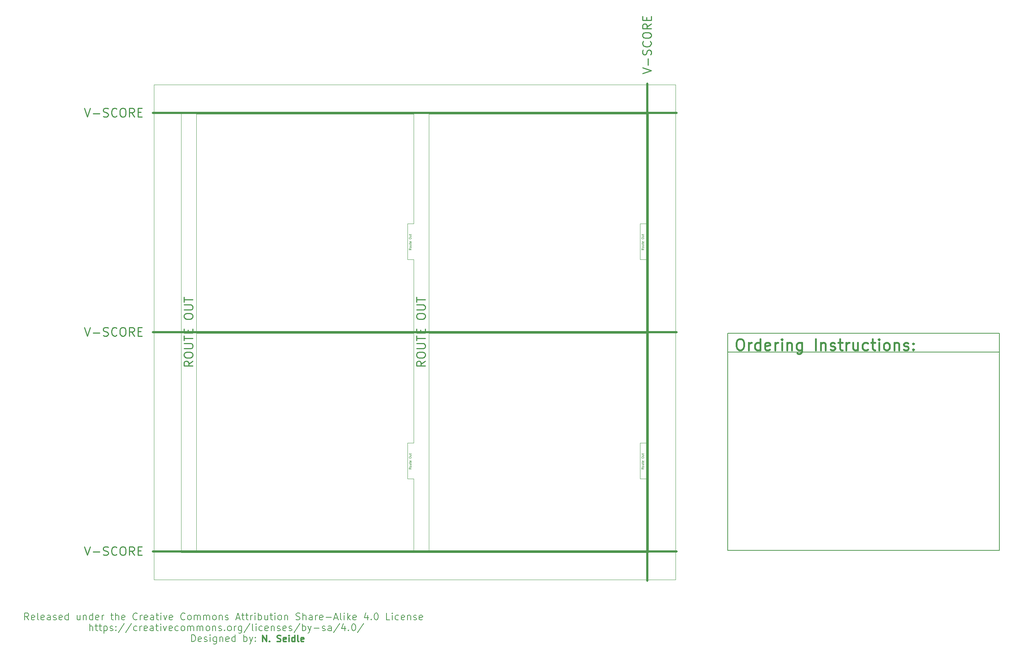
<source format=gko>
%TF.GenerationSoftware,KiCad,Pcbnew,7.0.6*%
%TF.CreationDate,2023-09-13T14:16:39-06:00*%
%TF.ProjectId,SparkFun_GNSS_UM980_panelized,53706172-6b46-4756-9e5f-474e53535f55,rev?*%
%TF.SameCoordinates,Original*%
%TF.FileFunction,Soldermask,Bot*%
%TF.FilePolarity,Negative*%
%FSLAX46Y46*%
G04 Gerber Fmt 4.6, Leading zero omitted, Abs format (unit mm)*
G04 Created by KiCad (PCBNEW 7.0.6) date 2023-09-13 14:16:39*
%MOMM*%
%LPD*%
G01*
G04 APERTURE LIST*
%TA.AperFunction,Profile*%
%ADD10C,0.100000*%
%TD*%
%ADD11C,0.250000*%
%ADD12C,0.500000*%
%ADD13C,0.101600*%
%ADD14C,0.300000*%
%ADD15C,0.457200*%
%ADD16C,0.142240*%
%ADD17C,0.203200*%
%ADD18C,0.200000*%
G04 APERTURE END LIST*
D10*
X-3548000Y-500000D02*
X-3548000Y102600000D01*
X105648000Y-500000D02*
X-3548000Y-500000D01*
X105648000Y102600000D02*
X105648000Y-500000D01*
X-3548000Y102600000D02*
X105648000Y102600000D01*
X-9898000Y-6850000D02*
X-9898000Y108950000D01*
X111998000Y-6850000D02*
X-9898000Y-6850000D01*
X111998000Y108950000D02*
X111998000Y-6850000D01*
X-9898000Y108950000D02*
X111998000Y108950000D01*
X105148000Y76446000D02*
X103751000Y76446000D01*
X103751000Y68064000D01*
X105148000Y68064000D01*
X105148000Y51300000D01*
X54348000Y51300000D01*
X54348000Y102100000D01*
X105148000Y102100000D01*
X105148000Y76446000D01*
X105148000Y25146000D02*
X103751000Y25146000D01*
X103751000Y16764000D01*
X105148000Y16764000D01*
X105148000Y0D01*
X54348000Y0D01*
X54348000Y50800000D01*
X105148000Y50800000D01*
X105148000Y25146000D01*
X50800000Y76446000D02*
X49403000Y76446000D01*
X49403000Y68064000D01*
X50800000Y68064000D01*
X50800000Y51300000D01*
X0Y51300000D01*
X0Y102100000D01*
X50800000Y102100000D01*
X50800000Y76446000D01*
X50800000Y25146000D02*
X49403000Y25146000D01*
X49403000Y16764000D01*
X50800000Y16764000D01*
X50800000Y0D01*
X0Y0D01*
X0Y50800000D01*
X50800000Y50800000D01*
X50800000Y25146000D01*
D11*
X53486238Y44288095D02*
X52533857Y43621428D01*
X53486238Y43145238D02*
X51486238Y43145238D01*
X51486238Y43145238D02*
X51486238Y43907143D01*
X51486238Y43907143D02*
X51581476Y44097619D01*
X51581476Y44097619D02*
X51676714Y44192857D01*
X51676714Y44192857D02*
X51867190Y44288095D01*
X51867190Y44288095D02*
X52152904Y44288095D01*
X52152904Y44288095D02*
X52343380Y44192857D01*
X52343380Y44192857D02*
X52438619Y44097619D01*
X52438619Y44097619D02*
X52533857Y43907143D01*
X52533857Y43907143D02*
X52533857Y43145238D01*
X51486238Y45526190D02*
X51486238Y45907143D01*
X51486238Y45907143D02*
X51581476Y46097619D01*
X51581476Y46097619D02*
X51771952Y46288095D01*
X51771952Y46288095D02*
X52152904Y46383333D01*
X52152904Y46383333D02*
X52819571Y46383333D01*
X52819571Y46383333D02*
X53200523Y46288095D01*
X53200523Y46288095D02*
X53391000Y46097619D01*
X53391000Y46097619D02*
X53486238Y45907143D01*
X53486238Y45907143D02*
X53486238Y45526190D01*
X53486238Y45526190D02*
X53391000Y45335714D01*
X53391000Y45335714D02*
X53200523Y45145238D01*
X53200523Y45145238D02*
X52819571Y45050000D01*
X52819571Y45050000D02*
X52152904Y45050000D01*
X52152904Y45050000D02*
X51771952Y45145238D01*
X51771952Y45145238D02*
X51581476Y45335714D01*
X51581476Y45335714D02*
X51486238Y45526190D01*
X51486238Y47240476D02*
X53105285Y47240476D01*
X53105285Y47240476D02*
X53295761Y47335714D01*
X53295761Y47335714D02*
X53391000Y47430952D01*
X53391000Y47430952D02*
X53486238Y47621428D01*
X53486238Y47621428D02*
X53486238Y48002381D01*
X53486238Y48002381D02*
X53391000Y48192857D01*
X53391000Y48192857D02*
X53295761Y48288095D01*
X53295761Y48288095D02*
X53105285Y48383333D01*
X53105285Y48383333D02*
X51486238Y48383333D01*
X51486238Y49050000D02*
X51486238Y50192857D01*
X53486238Y49621428D02*
X51486238Y49621428D01*
X52438619Y50859524D02*
X52438619Y51526191D01*
X53486238Y51811905D02*
X53486238Y50859524D01*
X53486238Y50859524D02*
X51486238Y50859524D01*
X51486238Y50859524D02*
X51486238Y51811905D01*
X51486238Y54573810D02*
X51486238Y54954763D01*
X51486238Y54954763D02*
X51581476Y55145239D01*
X51581476Y55145239D02*
X51771952Y55335715D01*
X51771952Y55335715D02*
X52152904Y55430953D01*
X52152904Y55430953D02*
X52819571Y55430953D01*
X52819571Y55430953D02*
X53200523Y55335715D01*
X53200523Y55335715D02*
X53391000Y55145239D01*
X53391000Y55145239D02*
X53486238Y54954763D01*
X53486238Y54954763D02*
X53486238Y54573810D01*
X53486238Y54573810D02*
X53391000Y54383334D01*
X53391000Y54383334D02*
X53200523Y54192858D01*
X53200523Y54192858D02*
X52819571Y54097620D01*
X52819571Y54097620D02*
X52152904Y54097620D01*
X52152904Y54097620D02*
X51771952Y54192858D01*
X51771952Y54192858D02*
X51581476Y54383334D01*
X51581476Y54383334D02*
X51486238Y54573810D01*
X51486238Y56288096D02*
X53105285Y56288096D01*
X53105285Y56288096D02*
X53295761Y56383334D01*
X53295761Y56383334D02*
X53391000Y56478572D01*
X53391000Y56478572D02*
X53486238Y56669048D01*
X53486238Y56669048D02*
X53486238Y57050001D01*
X53486238Y57050001D02*
X53391000Y57240477D01*
X53391000Y57240477D02*
X53295761Y57335715D01*
X53295761Y57335715D02*
X53105285Y57430953D01*
X53105285Y57430953D02*
X51486238Y57430953D01*
X51486238Y58097620D02*
X51486238Y59240477D01*
X53486238Y58669048D02*
X51486238Y58669048D01*
X-861762Y44288095D02*
X-1814143Y43621428D01*
X-861762Y43145238D02*
X-2861762Y43145238D01*
X-2861762Y43145238D02*
X-2861762Y43907143D01*
X-2861762Y43907143D02*
X-2766524Y44097619D01*
X-2766524Y44097619D02*
X-2671286Y44192857D01*
X-2671286Y44192857D02*
X-2480810Y44288095D01*
X-2480810Y44288095D02*
X-2195096Y44288095D01*
X-2195096Y44288095D02*
X-2004620Y44192857D01*
X-2004620Y44192857D02*
X-1909381Y44097619D01*
X-1909381Y44097619D02*
X-1814143Y43907143D01*
X-1814143Y43907143D02*
X-1814143Y43145238D01*
X-2861762Y45526190D02*
X-2861762Y45907143D01*
X-2861762Y45907143D02*
X-2766524Y46097619D01*
X-2766524Y46097619D02*
X-2576048Y46288095D01*
X-2576048Y46288095D02*
X-2195096Y46383333D01*
X-2195096Y46383333D02*
X-1528429Y46383333D01*
X-1528429Y46383333D02*
X-1147477Y46288095D01*
X-1147477Y46288095D02*
X-957000Y46097619D01*
X-957000Y46097619D02*
X-861762Y45907143D01*
X-861762Y45907143D02*
X-861762Y45526190D01*
X-861762Y45526190D02*
X-957000Y45335714D01*
X-957000Y45335714D02*
X-1147477Y45145238D01*
X-1147477Y45145238D02*
X-1528429Y45050000D01*
X-1528429Y45050000D02*
X-2195096Y45050000D01*
X-2195096Y45050000D02*
X-2576048Y45145238D01*
X-2576048Y45145238D02*
X-2766524Y45335714D01*
X-2766524Y45335714D02*
X-2861762Y45526190D01*
X-2861762Y47240476D02*
X-1242715Y47240476D01*
X-1242715Y47240476D02*
X-1052239Y47335714D01*
X-1052239Y47335714D02*
X-957000Y47430952D01*
X-957000Y47430952D02*
X-861762Y47621428D01*
X-861762Y47621428D02*
X-861762Y48002381D01*
X-861762Y48002381D02*
X-957000Y48192857D01*
X-957000Y48192857D02*
X-1052239Y48288095D01*
X-1052239Y48288095D02*
X-1242715Y48383333D01*
X-1242715Y48383333D02*
X-2861762Y48383333D01*
X-2861762Y49050000D02*
X-2861762Y50192857D01*
X-861762Y49621428D02*
X-2861762Y49621428D01*
X-1909381Y50859524D02*
X-1909381Y51526191D01*
X-861762Y51811905D02*
X-861762Y50859524D01*
X-861762Y50859524D02*
X-2861762Y50859524D01*
X-2861762Y50859524D02*
X-2861762Y51811905D01*
X-2861762Y54573810D02*
X-2861762Y54954763D01*
X-2861762Y54954763D02*
X-2766524Y55145239D01*
X-2766524Y55145239D02*
X-2576048Y55335715D01*
X-2576048Y55335715D02*
X-2195096Y55430953D01*
X-2195096Y55430953D02*
X-1528429Y55430953D01*
X-1528429Y55430953D02*
X-1147477Y55335715D01*
X-1147477Y55335715D02*
X-957000Y55145239D01*
X-957000Y55145239D02*
X-861762Y54954763D01*
X-861762Y54954763D02*
X-861762Y54573810D01*
X-861762Y54573810D02*
X-957000Y54383334D01*
X-957000Y54383334D02*
X-1147477Y54192858D01*
X-1147477Y54192858D02*
X-1528429Y54097620D01*
X-1528429Y54097620D02*
X-2195096Y54097620D01*
X-2195096Y54097620D02*
X-2576048Y54192858D01*
X-2576048Y54192858D02*
X-2766524Y54383334D01*
X-2766524Y54383334D02*
X-2861762Y54573810D01*
X-2861762Y56288096D02*
X-1242715Y56288096D01*
X-1242715Y56288096D02*
X-1052239Y56383334D01*
X-1052239Y56383334D02*
X-957000Y56478572D01*
X-957000Y56478572D02*
X-861762Y56669048D01*
X-861762Y56669048D02*
X-861762Y57050001D01*
X-861762Y57050001D02*
X-957000Y57240477D01*
X-957000Y57240477D02*
X-1052239Y57335715D01*
X-1052239Y57335715D02*
X-1242715Y57430953D01*
X-1242715Y57430953D02*
X-2861762Y57430953D01*
X-2861762Y58097620D02*
X-2861762Y59240477D01*
X-861762Y58669048D02*
X-2861762Y58669048D01*
X-26121997Y837762D02*
X-25455331Y-1162238D01*
X-25455331Y-1162238D02*
X-24788664Y837762D01*
X-24121997Y-400333D02*
X-22598187Y-400333D01*
X-21741045Y-1067000D02*
X-21455331Y-1162238D01*
X-21455331Y-1162238D02*
X-20979140Y-1162238D01*
X-20979140Y-1162238D02*
X-20788664Y-1067000D01*
X-20788664Y-1067000D02*
X-20693426Y-971761D01*
X-20693426Y-971761D02*
X-20598188Y-781285D01*
X-20598188Y-781285D02*
X-20598188Y-590809D01*
X-20598188Y-590809D02*
X-20693426Y-400333D01*
X-20693426Y-400333D02*
X-20788664Y-305095D01*
X-20788664Y-305095D02*
X-20979140Y-209857D01*
X-20979140Y-209857D02*
X-21360093Y-114619D01*
X-21360093Y-114619D02*
X-21550569Y-19380D01*
X-21550569Y-19380D02*
X-21645807Y75858D01*
X-21645807Y75858D02*
X-21741045Y266334D01*
X-21741045Y266334D02*
X-21741045Y456810D01*
X-21741045Y456810D02*
X-21645807Y647286D01*
X-21645807Y647286D02*
X-21550569Y742524D01*
X-21550569Y742524D02*
X-21360093Y837762D01*
X-21360093Y837762D02*
X-20883902Y837762D01*
X-20883902Y837762D02*
X-20598188Y742524D01*
X-18598188Y-971761D02*
X-18693426Y-1067000D01*
X-18693426Y-1067000D02*
X-18979140Y-1162238D01*
X-18979140Y-1162238D02*
X-19169616Y-1162238D01*
X-19169616Y-1162238D02*
X-19455331Y-1067000D01*
X-19455331Y-1067000D02*
X-19645807Y-876523D01*
X-19645807Y-876523D02*
X-19741045Y-686047D01*
X-19741045Y-686047D02*
X-19836283Y-305095D01*
X-19836283Y-305095D02*
X-19836283Y-19380D01*
X-19836283Y-19380D02*
X-19741045Y361572D01*
X-19741045Y361572D02*
X-19645807Y552048D01*
X-19645807Y552048D02*
X-19455331Y742524D01*
X-19455331Y742524D02*
X-19169616Y837762D01*
X-19169616Y837762D02*
X-18979140Y837762D01*
X-18979140Y837762D02*
X-18693426Y742524D01*
X-18693426Y742524D02*
X-18598188Y647286D01*
X-17360093Y837762D02*
X-16979140Y837762D01*
X-16979140Y837762D02*
X-16788664Y742524D01*
X-16788664Y742524D02*
X-16598188Y552048D01*
X-16598188Y552048D02*
X-16502950Y171096D01*
X-16502950Y171096D02*
X-16502950Y-495571D01*
X-16502950Y-495571D02*
X-16598188Y-876523D01*
X-16598188Y-876523D02*
X-16788664Y-1067000D01*
X-16788664Y-1067000D02*
X-16979140Y-1162238D01*
X-16979140Y-1162238D02*
X-17360093Y-1162238D01*
X-17360093Y-1162238D02*
X-17550569Y-1067000D01*
X-17550569Y-1067000D02*
X-17741045Y-876523D01*
X-17741045Y-876523D02*
X-17836283Y-495571D01*
X-17836283Y-495571D02*
X-17836283Y171096D01*
X-17836283Y171096D02*
X-17741045Y552048D01*
X-17741045Y552048D02*
X-17550569Y742524D01*
X-17550569Y742524D02*
X-17360093Y837762D01*
X-14502950Y-1162238D02*
X-15169617Y-209857D01*
X-15645807Y-1162238D02*
X-15645807Y837762D01*
X-15645807Y837762D02*
X-14883902Y837762D01*
X-14883902Y837762D02*
X-14693426Y742524D01*
X-14693426Y742524D02*
X-14598188Y647286D01*
X-14598188Y647286D02*
X-14502950Y456810D01*
X-14502950Y456810D02*
X-14502950Y171096D01*
X-14502950Y171096D02*
X-14598188Y-19380D01*
X-14598188Y-19380D02*
X-14693426Y-114619D01*
X-14693426Y-114619D02*
X-14883902Y-209857D01*
X-14883902Y-209857D02*
X-15645807Y-209857D01*
X-13645807Y-114619D02*
X-12979140Y-114619D01*
X-12693426Y-1162238D02*
X-13645807Y-1162238D01*
X-13645807Y-1162238D02*
X-13645807Y837762D01*
X-13645807Y837762D02*
X-12693426Y837762D01*
D12*
X-10148000Y-250000D02*
X112248000Y-250000D01*
D11*
X-26121997Y52137762D02*
X-25455331Y50137762D01*
X-25455331Y50137762D02*
X-24788664Y52137762D01*
X-24121997Y50899667D02*
X-22598187Y50899667D01*
X-21741045Y50233000D02*
X-21455331Y50137762D01*
X-21455331Y50137762D02*
X-20979140Y50137762D01*
X-20979140Y50137762D02*
X-20788664Y50233000D01*
X-20788664Y50233000D02*
X-20693426Y50328239D01*
X-20693426Y50328239D02*
X-20598188Y50518715D01*
X-20598188Y50518715D02*
X-20598188Y50709191D01*
X-20598188Y50709191D02*
X-20693426Y50899667D01*
X-20693426Y50899667D02*
X-20788664Y50994905D01*
X-20788664Y50994905D02*
X-20979140Y51090143D01*
X-20979140Y51090143D02*
X-21360093Y51185381D01*
X-21360093Y51185381D02*
X-21550569Y51280620D01*
X-21550569Y51280620D02*
X-21645807Y51375858D01*
X-21645807Y51375858D02*
X-21741045Y51566334D01*
X-21741045Y51566334D02*
X-21741045Y51756810D01*
X-21741045Y51756810D02*
X-21645807Y51947286D01*
X-21645807Y51947286D02*
X-21550569Y52042524D01*
X-21550569Y52042524D02*
X-21360093Y52137762D01*
X-21360093Y52137762D02*
X-20883902Y52137762D01*
X-20883902Y52137762D02*
X-20598188Y52042524D01*
X-18598188Y50328239D02*
X-18693426Y50233000D01*
X-18693426Y50233000D02*
X-18979140Y50137762D01*
X-18979140Y50137762D02*
X-19169616Y50137762D01*
X-19169616Y50137762D02*
X-19455331Y50233000D01*
X-19455331Y50233000D02*
X-19645807Y50423477D01*
X-19645807Y50423477D02*
X-19741045Y50613953D01*
X-19741045Y50613953D02*
X-19836283Y50994905D01*
X-19836283Y50994905D02*
X-19836283Y51280620D01*
X-19836283Y51280620D02*
X-19741045Y51661572D01*
X-19741045Y51661572D02*
X-19645807Y51852048D01*
X-19645807Y51852048D02*
X-19455331Y52042524D01*
X-19455331Y52042524D02*
X-19169616Y52137762D01*
X-19169616Y52137762D02*
X-18979140Y52137762D01*
X-18979140Y52137762D02*
X-18693426Y52042524D01*
X-18693426Y52042524D02*
X-18598188Y51947286D01*
X-17360093Y52137762D02*
X-16979140Y52137762D01*
X-16979140Y52137762D02*
X-16788664Y52042524D01*
X-16788664Y52042524D02*
X-16598188Y51852048D01*
X-16598188Y51852048D02*
X-16502950Y51471096D01*
X-16502950Y51471096D02*
X-16502950Y50804429D01*
X-16502950Y50804429D02*
X-16598188Y50423477D01*
X-16598188Y50423477D02*
X-16788664Y50233000D01*
X-16788664Y50233000D02*
X-16979140Y50137762D01*
X-16979140Y50137762D02*
X-17360093Y50137762D01*
X-17360093Y50137762D02*
X-17550569Y50233000D01*
X-17550569Y50233000D02*
X-17741045Y50423477D01*
X-17741045Y50423477D02*
X-17836283Y50804429D01*
X-17836283Y50804429D02*
X-17836283Y51471096D01*
X-17836283Y51471096D02*
X-17741045Y51852048D01*
X-17741045Y51852048D02*
X-17550569Y52042524D01*
X-17550569Y52042524D02*
X-17360093Y52137762D01*
X-14502950Y50137762D02*
X-15169617Y51090143D01*
X-15645807Y50137762D02*
X-15645807Y52137762D01*
X-15645807Y52137762D02*
X-14883902Y52137762D01*
X-14883902Y52137762D02*
X-14693426Y52042524D01*
X-14693426Y52042524D02*
X-14598188Y51947286D01*
X-14598188Y51947286D02*
X-14502950Y51756810D01*
X-14502950Y51756810D02*
X-14502950Y51471096D01*
X-14502950Y51471096D02*
X-14598188Y51280620D01*
X-14598188Y51280620D02*
X-14693426Y51185381D01*
X-14693426Y51185381D02*
X-14883902Y51090143D01*
X-14883902Y51090143D02*
X-15645807Y51090143D01*
X-13645807Y51185381D02*
X-12979140Y51185381D01*
X-12693426Y50137762D02*
X-13645807Y50137762D01*
X-13645807Y50137762D02*
X-13645807Y52137762D01*
X-13645807Y52137762D02*
X-12693426Y52137762D01*
D12*
X-10148000Y51050000D02*
X112248000Y51050000D01*
D11*
X-26121997Y103437762D02*
X-25455331Y101437762D01*
X-25455331Y101437762D02*
X-24788664Y103437762D01*
X-24121997Y102199667D02*
X-22598187Y102199667D01*
X-21741045Y101533000D02*
X-21455331Y101437762D01*
X-21455331Y101437762D02*
X-20979140Y101437762D01*
X-20979140Y101437762D02*
X-20788664Y101533000D01*
X-20788664Y101533000D02*
X-20693426Y101628239D01*
X-20693426Y101628239D02*
X-20598188Y101818715D01*
X-20598188Y101818715D02*
X-20598188Y102009191D01*
X-20598188Y102009191D02*
X-20693426Y102199667D01*
X-20693426Y102199667D02*
X-20788664Y102294905D01*
X-20788664Y102294905D02*
X-20979140Y102390143D01*
X-20979140Y102390143D02*
X-21360093Y102485381D01*
X-21360093Y102485381D02*
X-21550569Y102580620D01*
X-21550569Y102580620D02*
X-21645807Y102675858D01*
X-21645807Y102675858D02*
X-21741045Y102866334D01*
X-21741045Y102866334D02*
X-21741045Y103056810D01*
X-21741045Y103056810D02*
X-21645807Y103247286D01*
X-21645807Y103247286D02*
X-21550569Y103342524D01*
X-21550569Y103342524D02*
X-21360093Y103437762D01*
X-21360093Y103437762D02*
X-20883902Y103437762D01*
X-20883902Y103437762D02*
X-20598188Y103342524D01*
X-18598188Y101628239D02*
X-18693426Y101533000D01*
X-18693426Y101533000D02*
X-18979140Y101437762D01*
X-18979140Y101437762D02*
X-19169616Y101437762D01*
X-19169616Y101437762D02*
X-19455331Y101533000D01*
X-19455331Y101533000D02*
X-19645807Y101723477D01*
X-19645807Y101723477D02*
X-19741045Y101913953D01*
X-19741045Y101913953D02*
X-19836283Y102294905D01*
X-19836283Y102294905D02*
X-19836283Y102580620D01*
X-19836283Y102580620D02*
X-19741045Y102961572D01*
X-19741045Y102961572D02*
X-19645807Y103152048D01*
X-19645807Y103152048D02*
X-19455331Y103342524D01*
X-19455331Y103342524D02*
X-19169616Y103437762D01*
X-19169616Y103437762D02*
X-18979140Y103437762D01*
X-18979140Y103437762D02*
X-18693426Y103342524D01*
X-18693426Y103342524D02*
X-18598188Y103247286D01*
X-17360093Y103437762D02*
X-16979140Y103437762D01*
X-16979140Y103437762D02*
X-16788664Y103342524D01*
X-16788664Y103342524D02*
X-16598188Y103152048D01*
X-16598188Y103152048D02*
X-16502950Y102771096D01*
X-16502950Y102771096D02*
X-16502950Y102104429D01*
X-16502950Y102104429D02*
X-16598188Y101723477D01*
X-16598188Y101723477D02*
X-16788664Y101533000D01*
X-16788664Y101533000D02*
X-16979140Y101437762D01*
X-16979140Y101437762D02*
X-17360093Y101437762D01*
X-17360093Y101437762D02*
X-17550569Y101533000D01*
X-17550569Y101533000D02*
X-17741045Y101723477D01*
X-17741045Y101723477D02*
X-17836283Y102104429D01*
X-17836283Y102104429D02*
X-17836283Y102771096D01*
X-17836283Y102771096D02*
X-17741045Y103152048D01*
X-17741045Y103152048D02*
X-17550569Y103342524D01*
X-17550569Y103342524D02*
X-17360093Y103437762D01*
X-14502950Y101437762D02*
X-15169617Y102390143D01*
X-15645807Y101437762D02*
X-15645807Y103437762D01*
X-15645807Y103437762D02*
X-14883902Y103437762D01*
X-14883902Y103437762D02*
X-14693426Y103342524D01*
X-14693426Y103342524D02*
X-14598188Y103247286D01*
X-14598188Y103247286D02*
X-14502950Y103056810D01*
X-14502950Y103056810D02*
X-14502950Y102771096D01*
X-14502950Y102771096D02*
X-14598188Y102580620D01*
X-14598188Y102580620D02*
X-14693426Y102485381D01*
X-14693426Y102485381D02*
X-14883902Y102390143D01*
X-14883902Y102390143D02*
X-15645807Y102390143D01*
X-13645807Y102485381D02*
X-12979140Y102485381D01*
X-12693426Y101437762D02*
X-13645807Y101437762D01*
X-13645807Y101437762D02*
X-13645807Y103437762D01*
X-13645807Y103437762D02*
X-12693426Y103437762D01*
D12*
X-10148000Y102350000D02*
X112248000Y102350000D01*
D11*
X104310238Y111554950D02*
X106310238Y112221616D01*
X106310238Y112221616D02*
X104310238Y112888283D01*
X105548333Y113554950D02*
X105548333Y115078759D01*
X106215000Y115935902D02*
X106310238Y116221616D01*
X106310238Y116221616D02*
X106310238Y116697807D01*
X106310238Y116697807D02*
X106215000Y116888283D01*
X106215000Y116888283D02*
X106119761Y116983521D01*
X106119761Y116983521D02*
X105929285Y117078759D01*
X105929285Y117078759D02*
X105738809Y117078759D01*
X105738809Y117078759D02*
X105548333Y116983521D01*
X105548333Y116983521D02*
X105453095Y116888283D01*
X105453095Y116888283D02*
X105357857Y116697807D01*
X105357857Y116697807D02*
X105262619Y116316854D01*
X105262619Y116316854D02*
X105167380Y116126378D01*
X105167380Y116126378D02*
X105072142Y116031140D01*
X105072142Y116031140D02*
X104881666Y115935902D01*
X104881666Y115935902D02*
X104691190Y115935902D01*
X104691190Y115935902D02*
X104500714Y116031140D01*
X104500714Y116031140D02*
X104405476Y116126378D01*
X104405476Y116126378D02*
X104310238Y116316854D01*
X104310238Y116316854D02*
X104310238Y116793045D01*
X104310238Y116793045D02*
X104405476Y117078759D01*
X106119761Y119078759D02*
X106215000Y118983521D01*
X106215000Y118983521D02*
X106310238Y118697807D01*
X106310238Y118697807D02*
X106310238Y118507331D01*
X106310238Y118507331D02*
X106215000Y118221616D01*
X106215000Y118221616D02*
X106024523Y118031140D01*
X106024523Y118031140D02*
X105834047Y117935902D01*
X105834047Y117935902D02*
X105453095Y117840664D01*
X105453095Y117840664D02*
X105167380Y117840664D01*
X105167380Y117840664D02*
X104786428Y117935902D01*
X104786428Y117935902D02*
X104595952Y118031140D01*
X104595952Y118031140D02*
X104405476Y118221616D01*
X104405476Y118221616D02*
X104310238Y118507331D01*
X104310238Y118507331D02*
X104310238Y118697807D01*
X104310238Y118697807D02*
X104405476Y118983521D01*
X104405476Y118983521D02*
X104500714Y119078759D01*
X104310238Y120316854D02*
X104310238Y120697807D01*
X104310238Y120697807D02*
X104405476Y120888283D01*
X104405476Y120888283D02*
X104595952Y121078759D01*
X104595952Y121078759D02*
X104976904Y121173997D01*
X104976904Y121173997D02*
X105643571Y121173997D01*
X105643571Y121173997D02*
X106024523Y121078759D01*
X106024523Y121078759D02*
X106215000Y120888283D01*
X106215000Y120888283D02*
X106310238Y120697807D01*
X106310238Y120697807D02*
X106310238Y120316854D01*
X106310238Y120316854D02*
X106215000Y120126378D01*
X106215000Y120126378D02*
X106024523Y119935902D01*
X106024523Y119935902D02*
X105643571Y119840664D01*
X105643571Y119840664D02*
X104976904Y119840664D01*
X104976904Y119840664D02*
X104595952Y119935902D01*
X104595952Y119935902D02*
X104405476Y120126378D01*
X104405476Y120126378D02*
X104310238Y120316854D01*
X106310238Y123173997D02*
X105357857Y122507330D01*
X106310238Y122031140D02*
X104310238Y122031140D01*
X104310238Y122031140D02*
X104310238Y122793045D01*
X104310238Y122793045D02*
X104405476Y122983521D01*
X104405476Y122983521D02*
X104500714Y123078759D01*
X104500714Y123078759D02*
X104691190Y123173997D01*
X104691190Y123173997D02*
X104976904Y123173997D01*
X104976904Y123173997D02*
X105167380Y123078759D01*
X105167380Y123078759D02*
X105262619Y122983521D01*
X105262619Y122983521D02*
X105357857Y122793045D01*
X105357857Y122793045D02*
X105357857Y122031140D01*
X105262619Y124031140D02*
X105262619Y124697807D01*
X106310238Y124983521D02*
X106310238Y124031140D01*
X106310238Y124031140D02*
X104310238Y124031140D01*
X104310238Y124031140D02*
X104310238Y124983521D01*
D12*
X105398000Y109200000D02*
X105398000Y-7100000D01*
D13*
X104572546Y70628191D02*
X104330641Y70458857D01*
X104572546Y70337905D02*
X104064546Y70337905D01*
X104064546Y70337905D02*
X104064546Y70531429D01*
X104064546Y70531429D02*
X104088736Y70579810D01*
X104088736Y70579810D02*
X104112927Y70604000D01*
X104112927Y70604000D02*
X104161308Y70628191D01*
X104161308Y70628191D02*
X104233879Y70628191D01*
X104233879Y70628191D02*
X104282260Y70604000D01*
X104282260Y70604000D02*
X104306451Y70579810D01*
X104306451Y70579810D02*
X104330641Y70531429D01*
X104330641Y70531429D02*
X104330641Y70337905D01*
X104572546Y70918476D02*
X104548356Y70870095D01*
X104548356Y70870095D02*
X104524165Y70845905D01*
X104524165Y70845905D02*
X104475784Y70821714D01*
X104475784Y70821714D02*
X104330641Y70821714D01*
X104330641Y70821714D02*
X104282260Y70845905D01*
X104282260Y70845905D02*
X104258070Y70870095D01*
X104258070Y70870095D02*
X104233879Y70918476D01*
X104233879Y70918476D02*
X104233879Y70991048D01*
X104233879Y70991048D02*
X104258070Y71039429D01*
X104258070Y71039429D02*
X104282260Y71063619D01*
X104282260Y71063619D02*
X104330641Y71087810D01*
X104330641Y71087810D02*
X104475784Y71087810D01*
X104475784Y71087810D02*
X104524165Y71063619D01*
X104524165Y71063619D02*
X104548356Y71039429D01*
X104548356Y71039429D02*
X104572546Y70991048D01*
X104572546Y70991048D02*
X104572546Y70918476D01*
X104233879Y71523238D02*
X104572546Y71523238D01*
X104233879Y71305524D02*
X104499975Y71305524D01*
X104499975Y71305524D02*
X104548356Y71329714D01*
X104548356Y71329714D02*
X104572546Y71378095D01*
X104572546Y71378095D02*
X104572546Y71450667D01*
X104572546Y71450667D02*
X104548356Y71499048D01*
X104548356Y71499048D02*
X104524165Y71523238D01*
X104233879Y71692571D02*
X104233879Y71886095D01*
X104064546Y71765143D02*
X104499975Y71765143D01*
X104499975Y71765143D02*
X104548356Y71789333D01*
X104548356Y71789333D02*
X104572546Y71837714D01*
X104572546Y71837714D02*
X104572546Y71886095D01*
X104548356Y72248953D02*
X104572546Y72200572D01*
X104572546Y72200572D02*
X104572546Y72103810D01*
X104572546Y72103810D02*
X104548356Y72055429D01*
X104548356Y72055429D02*
X104499975Y72031238D01*
X104499975Y72031238D02*
X104306451Y72031238D01*
X104306451Y72031238D02*
X104258070Y72055429D01*
X104258070Y72055429D02*
X104233879Y72103810D01*
X104233879Y72103810D02*
X104233879Y72200572D01*
X104233879Y72200572D02*
X104258070Y72248953D01*
X104258070Y72248953D02*
X104306451Y72273143D01*
X104306451Y72273143D02*
X104354832Y72273143D01*
X104354832Y72273143D02*
X104403213Y72031238D01*
X104064546Y72974668D02*
X104064546Y73071430D01*
X104064546Y73071430D02*
X104088736Y73119811D01*
X104088736Y73119811D02*
X104137117Y73168192D01*
X104137117Y73168192D02*
X104233879Y73192382D01*
X104233879Y73192382D02*
X104403213Y73192382D01*
X104403213Y73192382D02*
X104499975Y73168192D01*
X104499975Y73168192D02*
X104548356Y73119811D01*
X104548356Y73119811D02*
X104572546Y73071430D01*
X104572546Y73071430D02*
X104572546Y72974668D01*
X104572546Y72974668D02*
X104548356Y72926287D01*
X104548356Y72926287D02*
X104499975Y72877906D01*
X104499975Y72877906D02*
X104403213Y72853715D01*
X104403213Y72853715D02*
X104233879Y72853715D01*
X104233879Y72853715D02*
X104137117Y72877906D01*
X104137117Y72877906D02*
X104088736Y72926287D01*
X104088736Y72926287D02*
X104064546Y72974668D01*
X104233879Y73627810D02*
X104572546Y73627810D01*
X104233879Y73410096D02*
X104499975Y73410096D01*
X104499975Y73410096D02*
X104548356Y73434286D01*
X104548356Y73434286D02*
X104572546Y73482667D01*
X104572546Y73482667D02*
X104572546Y73555239D01*
X104572546Y73555239D02*
X104548356Y73603620D01*
X104548356Y73603620D02*
X104524165Y73627810D01*
X104233879Y73797143D02*
X104233879Y73990667D01*
X104064546Y73869715D02*
X104499975Y73869715D01*
X104499975Y73869715D02*
X104548356Y73893905D01*
X104548356Y73893905D02*
X104572546Y73942286D01*
X104572546Y73942286D02*
X104572546Y73990667D01*
X104572546Y19328191D02*
X104330641Y19158857D01*
X104572546Y19037905D02*
X104064546Y19037905D01*
X104064546Y19037905D02*
X104064546Y19231429D01*
X104064546Y19231429D02*
X104088736Y19279810D01*
X104088736Y19279810D02*
X104112927Y19304000D01*
X104112927Y19304000D02*
X104161308Y19328191D01*
X104161308Y19328191D02*
X104233879Y19328191D01*
X104233879Y19328191D02*
X104282260Y19304000D01*
X104282260Y19304000D02*
X104306451Y19279810D01*
X104306451Y19279810D02*
X104330641Y19231429D01*
X104330641Y19231429D02*
X104330641Y19037905D01*
X104572546Y19618476D02*
X104548356Y19570095D01*
X104548356Y19570095D02*
X104524165Y19545905D01*
X104524165Y19545905D02*
X104475784Y19521714D01*
X104475784Y19521714D02*
X104330641Y19521714D01*
X104330641Y19521714D02*
X104282260Y19545905D01*
X104282260Y19545905D02*
X104258070Y19570095D01*
X104258070Y19570095D02*
X104233879Y19618476D01*
X104233879Y19618476D02*
X104233879Y19691048D01*
X104233879Y19691048D02*
X104258070Y19739429D01*
X104258070Y19739429D02*
X104282260Y19763619D01*
X104282260Y19763619D02*
X104330641Y19787810D01*
X104330641Y19787810D02*
X104475784Y19787810D01*
X104475784Y19787810D02*
X104524165Y19763619D01*
X104524165Y19763619D02*
X104548356Y19739429D01*
X104548356Y19739429D02*
X104572546Y19691048D01*
X104572546Y19691048D02*
X104572546Y19618476D01*
X104233879Y20223238D02*
X104572546Y20223238D01*
X104233879Y20005524D02*
X104499975Y20005524D01*
X104499975Y20005524D02*
X104548356Y20029714D01*
X104548356Y20029714D02*
X104572546Y20078095D01*
X104572546Y20078095D02*
X104572546Y20150667D01*
X104572546Y20150667D02*
X104548356Y20199048D01*
X104548356Y20199048D02*
X104524165Y20223238D01*
X104233879Y20392571D02*
X104233879Y20586095D01*
X104064546Y20465143D02*
X104499975Y20465143D01*
X104499975Y20465143D02*
X104548356Y20489333D01*
X104548356Y20489333D02*
X104572546Y20537714D01*
X104572546Y20537714D02*
X104572546Y20586095D01*
X104548356Y20948953D02*
X104572546Y20900572D01*
X104572546Y20900572D02*
X104572546Y20803810D01*
X104572546Y20803810D02*
X104548356Y20755429D01*
X104548356Y20755429D02*
X104499975Y20731238D01*
X104499975Y20731238D02*
X104306451Y20731238D01*
X104306451Y20731238D02*
X104258070Y20755429D01*
X104258070Y20755429D02*
X104233879Y20803810D01*
X104233879Y20803810D02*
X104233879Y20900572D01*
X104233879Y20900572D02*
X104258070Y20948953D01*
X104258070Y20948953D02*
X104306451Y20973143D01*
X104306451Y20973143D02*
X104354832Y20973143D01*
X104354832Y20973143D02*
X104403213Y20731238D01*
X104064546Y21674668D02*
X104064546Y21771430D01*
X104064546Y21771430D02*
X104088736Y21819811D01*
X104088736Y21819811D02*
X104137117Y21868192D01*
X104137117Y21868192D02*
X104233879Y21892382D01*
X104233879Y21892382D02*
X104403213Y21892382D01*
X104403213Y21892382D02*
X104499975Y21868192D01*
X104499975Y21868192D02*
X104548356Y21819811D01*
X104548356Y21819811D02*
X104572546Y21771430D01*
X104572546Y21771430D02*
X104572546Y21674668D01*
X104572546Y21674668D02*
X104548356Y21626287D01*
X104548356Y21626287D02*
X104499975Y21577906D01*
X104499975Y21577906D02*
X104403213Y21553715D01*
X104403213Y21553715D02*
X104233879Y21553715D01*
X104233879Y21553715D02*
X104137117Y21577906D01*
X104137117Y21577906D02*
X104088736Y21626287D01*
X104088736Y21626287D02*
X104064546Y21674668D01*
X104233879Y22327810D02*
X104572546Y22327810D01*
X104233879Y22110096D02*
X104499975Y22110096D01*
X104499975Y22110096D02*
X104548356Y22134286D01*
X104548356Y22134286D02*
X104572546Y22182667D01*
X104572546Y22182667D02*
X104572546Y22255239D01*
X104572546Y22255239D02*
X104548356Y22303620D01*
X104548356Y22303620D02*
X104524165Y22327810D01*
X104233879Y22497143D02*
X104233879Y22690667D01*
X104064546Y22569715D02*
X104499975Y22569715D01*
X104499975Y22569715D02*
X104548356Y22593905D01*
X104548356Y22593905D02*
X104572546Y22642286D01*
X104572546Y22642286D02*
X104572546Y22690667D01*
X50224546Y70628191D02*
X49982641Y70458857D01*
X50224546Y70337905D02*
X49716546Y70337905D01*
X49716546Y70337905D02*
X49716546Y70531429D01*
X49716546Y70531429D02*
X49740736Y70579810D01*
X49740736Y70579810D02*
X49764927Y70604000D01*
X49764927Y70604000D02*
X49813308Y70628191D01*
X49813308Y70628191D02*
X49885879Y70628191D01*
X49885879Y70628191D02*
X49934260Y70604000D01*
X49934260Y70604000D02*
X49958451Y70579810D01*
X49958451Y70579810D02*
X49982641Y70531429D01*
X49982641Y70531429D02*
X49982641Y70337905D01*
X50224546Y70918476D02*
X50200356Y70870095D01*
X50200356Y70870095D02*
X50176165Y70845905D01*
X50176165Y70845905D02*
X50127784Y70821714D01*
X50127784Y70821714D02*
X49982641Y70821714D01*
X49982641Y70821714D02*
X49934260Y70845905D01*
X49934260Y70845905D02*
X49910070Y70870095D01*
X49910070Y70870095D02*
X49885879Y70918476D01*
X49885879Y70918476D02*
X49885879Y70991048D01*
X49885879Y70991048D02*
X49910070Y71039429D01*
X49910070Y71039429D02*
X49934260Y71063619D01*
X49934260Y71063619D02*
X49982641Y71087810D01*
X49982641Y71087810D02*
X50127784Y71087810D01*
X50127784Y71087810D02*
X50176165Y71063619D01*
X50176165Y71063619D02*
X50200356Y71039429D01*
X50200356Y71039429D02*
X50224546Y70991048D01*
X50224546Y70991048D02*
X50224546Y70918476D01*
X49885879Y71523238D02*
X50224546Y71523238D01*
X49885879Y71305524D02*
X50151975Y71305524D01*
X50151975Y71305524D02*
X50200356Y71329714D01*
X50200356Y71329714D02*
X50224546Y71378095D01*
X50224546Y71378095D02*
X50224546Y71450667D01*
X50224546Y71450667D02*
X50200356Y71499048D01*
X50200356Y71499048D02*
X50176165Y71523238D01*
X49885879Y71692571D02*
X49885879Y71886095D01*
X49716546Y71765143D02*
X50151975Y71765143D01*
X50151975Y71765143D02*
X50200356Y71789333D01*
X50200356Y71789333D02*
X50224546Y71837714D01*
X50224546Y71837714D02*
X50224546Y71886095D01*
X50200356Y72248953D02*
X50224546Y72200572D01*
X50224546Y72200572D02*
X50224546Y72103810D01*
X50224546Y72103810D02*
X50200356Y72055429D01*
X50200356Y72055429D02*
X50151975Y72031238D01*
X50151975Y72031238D02*
X49958451Y72031238D01*
X49958451Y72031238D02*
X49910070Y72055429D01*
X49910070Y72055429D02*
X49885879Y72103810D01*
X49885879Y72103810D02*
X49885879Y72200572D01*
X49885879Y72200572D02*
X49910070Y72248953D01*
X49910070Y72248953D02*
X49958451Y72273143D01*
X49958451Y72273143D02*
X50006832Y72273143D01*
X50006832Y72273143D02*
X50055213Y72031238D01*
X49716546Y72974668D02*
X49716546Y73071430D01*
X49716546Y73071430D02*
X49740736Y73119811D01*
X49740736Y73119811D02*
X49789117Y73168192D01*
X49789117Y73168192D02*
X49885879Y73192382D01*
X49885879Y73192382D02*
X50055213Y73192382D01*
X50055213Y73192382D02*
X50151975Y73168192D01*
X50151975Y73168192D02*
X50200356Y73119811D01*
X50200356Y73119811D02*
X50224546Y73071430D01*
X50224546Y73071430D02*
X50224546Y72974668D01*
X50224546Y72974668D02*
X50200356Y72926287D01*
X50200356Y72926287D02*
X50151975Y72877906D01*
X50151975Y72877906D02*
X50055213Y72853715D01*
X50055213Y72853715D02*
X49885879Y72853715D01*
X49885879Y72853715D02*
X49789117Y72877906D01*
X49789117Y72877906D02*
X49740736Y72926287D01*
X49740736Y72926287D02*
X49716546Y72974668D01*
X49885879Y73627810D02*
X50224546Y73627810D01*
X49885879Y73410096D02*
X50151975Y73410096D01*
X50151975Y73410096D02*
X50200356Y73434286D01*
X50200356Y73434286D02*
X50224546Y73482667D01*
X50224546Y73482667D02*
X50224546Y73555239D01*
X50224546Y73555239D02*
X50200356Y73603620D01*
X50200356Y73603620D02*
X50176165Y73627810D01*
X49885879Y73797143D02*
X49885879Y73990667D01*
X49716546Y73869715D02*
X50151975Y73869715D01*
X50151975Y73869715D02*
X50200356Y73893905D01*
X50200356Y73893905D02*
X50224546Y73942286D01*
X50224546Y73942286D02*
X50224546Y73990667D01*
X50224546Y19328191D02*
X49982641Y19158857D01*
X50224546Y19037905D02*
X49716546Y19037905D01*
X49716546Y19037905D02*
X49716546Y19231429D01*
X49716546Y19231429D02*
X49740736Y19279810D01*
X49740736Y19279810D02*
X49764927Y19304000D01*
X49764927Y19304000D02*
X49813308Y19328191D01*
X49813308Y19328191D02*
X49885879Y19328191D01*
X49885879Y19328191D02*
X49934260Y19304000D01*
X49934260Y19304000D02*
X49958451Y19279810D01*
X49958451Y19279810D02*
X49982641Y19231429D01*
X49982641Y19231429D02*
X49982641Y19037905D01*
X50224546Y19618476D02*
X50200356Y19570095D01*
X50200356Y19570095D02*
X50176165Y19545905D01*
X50176165Y19545905D02*
X50127784Y19521714D01*
X50127784Y19521714D02*
X49982641Y19521714D01*
X49982641Y19521714D02*
X49934260Y19545905D01*
X49934260Y19545905D02*
X49910070Y19570095D01*
X49910070Y19570095D02*
X49885879Y19618476D01*
X49885879Y19618476D02*
X49885879Y19691048D01*
X49885879Y19691048D02*
X49910070Y19739429D01*
X49910070Y19739429D02*
X49934260Y19763619D01*
X49934260Y19763619D02*
X49982641Y19787810D01*
X49982641Y19787810D02*
X50127784Y19787810D01*
X50127784Y19787810D02*
X50176165Y19763619D01*
X50176165Y19763619D02*
X50200356Y19739429D01*
X50200356Y19739429D02*
X50224546Y19691048D01*
X50224546Y19691048D02*
X50224546Y19618476D01*
X49885879Y20223238D02*
X50224546Y20223238D01*
X49885879Y20005524D02*
X50151975Y20005524D01*
X50151975Y20005524D02*
X50200356Y20029714D01*
X50200356Y20029714D02*
X50224546Y20078095D01*
X50224546Y20078095D02*
X50224546Y20150667D01*
X50224546Y20150667D02*
X50200356Y20199048D01*
X50200356Y20199048D02*
X50176165Y20223238D01*
X49885879Y20392571D02*
X49885879Y20586095D01*
X49716546Y20465143D02*
X50151975Y20465143D01*
X50151975Y20465143D02*
X50200356Y20489333D01*
X50200356Y20489333D02*
X50224546Y20537714D01*
X50224546Y20537714D02*
X50224546Y20586095D01*
X50200356Y20948953D02*
X50224546Y20900572D01*
X50224546Y20900572D02*
X50224546Y20803810D01*
X50224546Y20803810D02*
X50200356Y20755429D01*
X50200356Y20755429D02*
X50151975Y20731238D01*
X50151975Y20731238D02*
X49958451Y20731238D01*
X49958451Y20731238D02*
X49910070Y20755429D01*
X49910070Y20755429D02*
X49885879Y20803810D01*
X49885879Y20803810D02*
X49885879Y20900572D01*
X49885879Y20900572D02*
X49910070Y20948953D01*
X49910070Y20948953D02*
X49958451Y20973143D01*
X49958451Y20973143D02*
X50006832Y20973143D01*
X50006832Y20973143D02*
X50055213Y20731238D01*
X49716546Y21674668D02*
X49716546Y21771430D01*
X49716546Y21771430D02*
X49740736Y21819811D01*
X49740736Y21819811D02*
X49789117Y21868192D01*
X49789117Y21868192D02*
X49885879Y21892382D01*
X49885879Y21892382D02*
X50055213Y21892382D01*
X50055213Y21892382D02*
X50151975Y21868192D01*
X50151975Y21868192D02*
X50200356Y21819811D01*
X50200356Y21819811D02*
X50224546Y21771430D01*
X50224546Y21771430D02*
X50224546Y21674668D01*
X50224546Y21674668D02*
X50200356Y21626287D01*
X50200356Y21626287D02*
X50151975Y21577906D01*
X50151975Y21577906D02*
X50055213Y21553715D01*
X50055213Y21553715D02*
X49885879Y21553715D01*
X49885879Y21553715D02*
X49789117Y21577906D01*
X49789117Y21577906D02*
X49740736Y21626287D01*
X49740736Y21626287D02*
X49716546Y21674668D01*
X49885879Y22327810D02*
X50224546Y22327810D01*
X49885879Y22110096D02*
X50151975Y22110096D01*
X50151975Y22110096D02*
X50200356Y22134286D01*
X50200356Y22134286D02*
X50224546Y22182667D01*
X50224546Y22182667D02*
X50224546Y22255239D01*
X50224546Y22255239D02*
X50200356Y22303620D01*
X50200356Y22303620D02*
X50176165Y22327810D01*
X49885879Y22497143D02*
X49885879Y22690667D01*
X49716546Y22569715D02*
X50151975Y22569715D01*
X50151975Y22569715D02*
X50200356Y22593905D01*
X50200356Y22593905D02*
X50224546Y22642286D01*
X50224546Y22642286D02*
X50224546Y22690667D01*
D14*
X15534285Y-21390828D02*
X15534285Y-19890828D01*
X15534285Y-19890828D02*
X16391428Y-21390828D01*
X16391428Y-21390828D02*
X16391428Y-19890828D01*
X17105714Y-21247971D02*
X17177143Y-21319400D01*
X17177143Y-21319400D02*
X17105714Y-21390828D01*
X17105714Y-21390828D02*
X17034286Y-21319400D01*
X17034286Y-21319400D02*
X17105714Y-21247971D01*
X17105714Y-21247971D02*
X17105714Y-21390828D01*
X18891429Y-21319400D02*
X19105715Y-21390828D01*
X19105715Y-21390828D02*
X19462857Y-21390828D01*
X19462857Y-21390828D02*
X19605715Y-21319400D01*
X19605715Y-21319400D02*
X19677143Y-21247971D01*
X19677143Y-21247971D02*
X19748572Y-21105114D01*
X19748572Y-21105114D02*
X19748572Y-20962257D01*
X19748572Y-20962257D02*
X19677143Y-20819400D01*
X19677143Y-20819400D02*
X19605715Y-20747971D01*
X19605715Y-20747971D02*
X19462857Y-20676542D01*
X19462857Y-20676542D02*
X19177143Y-20605114D01*
X19177143Y-20605114D02*
X19034286Y-20533685D01*
X19034286Y-20533685D02*
X18962857Y-20462257D01*
X18962857Y-20462257D02*
X18891429Y-20319400D01*
X18891429Y-20319400D02*
X18891429Y-20176542D01*
X18891429Y-20176542D02*
X18962857Y-20033685D01*
X18962857Y-20033685D02*
X19034286Y-19962257D01*
X19034286Y-19962257D02*
X19177143Y-19890828D01*
X19177143Y-19890828D02*
X19534286Y-19890828D01*
X19534286Y-19890828D02*
X19748572Y-19962257D01*
X20962857Y-21319400D02*
X20820000Y-21390828D01*
X20820000Y-21390828D02*
X20534286Y-21390828D01*
X20534286Y-21390828D02*
X20391428Y-21319400D01*
X20391428Y-21319400D02*
X20320000Y-21176542D01*
X20320000Y-21176542D02*
X20320000Y-20605114D01*
X20320000Y-20605114D02*
X20391428Y-20462257D01*
X20391428Y-20462257D02*
X20534286Y-20390828D01*
X20534286Y-20390828D02*
X20820000Y-20390828D01*
X20820000Y-20390828D02*
X20962857Y-20462257D01*
X20962857Y-20462257D02*
X21034286Y-20605114D01*
X21034286Y-20605114D02*
X21034286Y-20747971D01*
X21034286Y-20747971D02*
X20320000Y-20890828D01*
X21677142Y-21390828D02*
X21677142Y-20390828D01*
X21677142Y-19890828D02*
X21605714Y-19962257D01*
X21605714Y-19962257D02*
X21677142Y-20033685D01*
X21677142Y-20033685D02*
X21748571Y-19962257D01*
X21748571Y-19962257D02*
X21677142Y-19890828D01*
X21677142Y-19890828D02*
X21677142Y-20033685D01*
X23034286Y-21390828D02*
X23034286Y-19890828D01*
X23034286Y-21319400D02*
X22891428Y-21390828D01*
X22891428Y-21390828D02*
X22605714Y-21390828D01*
X22605714Y-21390828D02*
X22462857Y-21319400D01*
X22462857Y-21319400D02*
X22391428Y-21247971D01*
X22391428Y-21247971D02*
X22320000Y-21105114D01*
X22320000Y-21105114D02*
X22320000Y-20676542D01*
X22320000Y-20676542D02*
X22391428Y-20533685D01*
X22391428Y-20533685D02*
X22462857Y-20462257D01*
X22462857Y-20462257D02*
X22605714Y-20390828D01*
X22605714Y-20390828D02*
X22891428Y-20390828D01*
X22891428Y-20390828D02*
X23034286Y-20462257D01*
X23962857Y-21390828D02*
X23820000Y-21319400D01*
X23820000Y-21319400D02*
X23748571Y-21176542D01*
X23748571Y-21176542D02*
X23748571Y-19890828D01*
X25105714Y-21319400D02*
X24962857Y-21390828D01*
X24962857Y-21390828D02*
X24677143Y-21390828D01*
X24677143Y-21390828D02*
X24534285Y-21319400D01*
X24534285Y-21319400D02*
X24462857Y-21176542D01*
X24462857Y-21176542D02*
X24462857Y-20605114D01*
X24462857Y-20605114D02*
X24534285Y-20462257D01*
X24534285Y-20462257D02*
X24677143Y-20390828D01*
X24677143Y-20390828D02*
X24962857Y-20390828D01*
X24962857Y-20390828D02*
X25105714Y-20462257D01*
X25105714Y-20462257D02*
X25177143Y-20605114D01*
X25177143Y-20605114D02*
X25177143Y-20747971D01*
X25177143Y-20747971D02*
X24462857Y-20890828D01*
D15*
X126879131Y49430404D02*
X127372617Y49430404D01*
X127372617Y49430404D02*
X127619360Y49307033D01*
X127619360Y49307033D02*
X127866103Y49060290D01*
X127866103Y49060290D02*
X127989474Y48566804D01*
X127989474Y48566804D02*
X127989474Y47703204D01*
X127989474Y47703204D02*
X127866103Y47209718D01*
X127866103Y47209718D02*
X127619360Y46962975D01*
X127619360Y46962975D02*
X127372617Y46839604D01*
X127372617Y46839604D02*
X126879131Y46839604D01*
X126879131Y46839604D02*
X126632389Y46962975D01*
X126632389Y46962975D02*
X126385646Y47209718D01*
X126385646Y47209718D02*
X126262274Y47703204D01*
X126262274Y47703204D02*
X126262274Y48566804D01*
X126262274Y48566804D02*
X126385646Y49060290D01*
X126385646Y49060290D02*
X126632389Y49307033D01*
X126632389Y49307033D02*
X126879131Y49430404D01*
X129099817Y46839604D02*
X129099817Y48566804D01*
X129099817Y48073318D02*
X129223188Y48320061D01*
X129223188Y48320061D02*
X129346560Y48443433D01*
X129346560Y48443433D02*
X129593302Y48566804D01*
X129593302Y48566804D02*
X129840045Y48566804D01*
X131813989Y46839604D02*
X131813989Y49430404D01*
X131813989Y46962975D02*
X131567246Y46839604D01*
X131567246Y46839604D02*
X131073760Y46839604D01*
X131073760Y46839604D02*
X130827017Y46962975D01*
X130827017Y46962975D02*
X130703646Y47086347D01*
X130703646Y47086347D02*
X130580274Y47333090D01*
X130580274Y47333090D02*
X130580274Y48073318D01*
X130580274Y48073318D02*
X130703646Y48320061D01*
X130703646Y48320061D02*
X130827017Y48443433D01*
X130827017Y48443433D02*
X131073760Y48566804D01*
X131073760Y48566804D02*
X131567246Y48566804D01*
X131567246Y48566804D02*
X131813989Y48443433D01*
X134034674Y46962975D02*
X133787931Y46839604D01*
X133787931Y46839604D02*
X133294446Y46839604D01*
X133294446Y46839604D02*
X133047703Y46962975D01*
X133047703Y46962975D02*
X132924331Y47209718D01*
X132924331Y47209718D02*
X132924331Y48196690D01*
X132924331Y48196690D02*
X133047703Y48443433D01*
X133047703Y48443433D02*
X133294446Y48566804D01*
X133294446Y48566804D02*
X133787931Y48566804D01*
X133787931Y48566804D02*
X134034674Y48443433D01*
X134034674Y48443433D02*
X134158046Y48196690D01*
X134158046Y48196690D02*
X134158046Y47949947D01*
X134158046Y47949947D02*
X132924331Y47703204D01*
X135268389Y46839604D02*
X135268389Y48566804D01*
X135268389Y48073318D02*
X135391760Y48320061D01*
X135391760Y48320061D02*
X135515132Y48443433D01*
X135515132Y48443433D02*
X135761874Y48566804D01*
X135761874Y48566804D02*
X136008617Y48566804D01*
X136872218Y46839604D02*
X136872218Y48566804D01*
X136872218Y49430404D02*
X136748846Y49307033D01*
X136748846Y49307033D02*
X136872218Y49183661D01*
X136872218Y49183661D02*
X136995589Y49307033D01*
X136995589Y49307033D02*
X136872218Y49430404D01*
X136872218Y49430404D02*
X136872218Y49183661D01*
X138105932Y48566804D02*
X138105932Y46839604D01*
X138105932Y48320061D02*
X138229303Y48443433D01*
X138229303Y48443433D02*
X138476046Y48566804D01*
X138476046Y48566804D02*
X138846160Y48566804D01*
X138846160Y48566804D02*
X139092903Y48443433D01*
X139092903Y48443433D02*
X139216275Y48196690D01*
X139216275Y48196690D02*
X139216275Y46839604D01*
X141560332Y48566804D02*
X141560332Y46469490D01*
X141560332Y46469490D02*
X141436960Y46222747D01*
X141436960Y46222747D02*
X141313589Y46099375D01*
X141313589Y46099375D02*
X141066846Y45976004D01*
X141066846Y45976004D02*
X140696732Y45976004D01*
X140696732Y45976004D02*
X140449989Y46099375D01*
X141560332Y46962975D02*
X141313589Y46839604D01*
X141313589Y46839604D02*
X140820103Y46839604D01*
X140820103Y46839604D02*
X140573360Y46962975D01*
X140573360Y46962975D02*
X140449989Y47086347D01*
X140449989Y47086347D02*
X140326617Y47333090D01*
X140326617Y47333090D02*
X140326617Y48073318D01*
X140326617Y48073318D02*
X140449989Y48320061D01*
X140449989Y48320061D02*
X140573360Y48443433D01*
X140573360Y48443433D02*
X140820103Y48566804D01*
X140820103Y48566804D02*
X141313589Y48566804D01*
X141313589Y48566804D02*
X141560332Y48443433D01*
X144767989Y46839604D02*
X144767989Y49430404D01*
X146001703Y48566804D02*
X146001703Y46839604D01*
X146001703Y48320061D02*
X146125074Y48443433D01*
X146125074Y48443433D02*
X146371817Y48566804D01*
X146371817Y48566804D02*
X146741931Y48566804D01*
X146741931Y48566804D02*
X146988674Y48443433D01*
X146988674Y48443433D02*
X147112046Y48196690D01*
X147112046Y48196690D02*
X147112046Y46839604D01*
X148222388Y46962975D02*
X148469131Y46839604D01*
X148469131Y46839604D02*
X148962617Y46839604D01*
X148962617Y46839604D02*
X149209360Y46962975D01*
X149209360Y46962975D02*
X149332731Y47209718D01*
X149332731Y47209718D02*
X149332731Y47333090D01*
X149332731Y47333090D02*
X149209360Y47579833D01*
X149209360Y47579833D02*
X148962617Y47703204D01*
X148962617Y47703204D02*
X148592503Y47703204D01*
X148592503Y47703204D02*
X148345760Y47826575D01*
X148345760Y47826575D02*
X148222388Y48073318D01*
X148222388Y48073318D02*
X148222388Y48196690D01*
X148222388Y48196690D02*
X148345760Y48443433D01*
X148345760Y48443433D02*
X148592503Y48566804D01*
X148592503Y48566804D02*
X148962617Y48566804D01*
X148962617Y48566804D02*
X149209360Y48443433D01*
X150072959Y48566804D02*
X151059931Y48566804D01*
X150443074Y49430404D02*
X150443074Y47209718D01*
X150443074Y47209718D02*
X150566445Y46962975D01*
X150566445Y46962975D02*
X150813188Y46839604D01*
X150813188Y46839604D02*
X151059931Y46839604D01*
X151923531Y46839604D02*
X151923531Y48566804D01*
X151923531Y48073318D02*
X152046902Y48320061D01*
X152046902Y48320061D02*
X152170274Y48443433D01*
X152170274Y48443433D02*
X152417016Y48566804D01*
X152417016Y48566804D02*
X152663759Y48566804D01*
X154637703Y48566804D02*
X154637703Y46839604D01*
X153527360Y48566804D02*
X153527360Y47209718D01*
X153527360Y47209718D02*
X153650731Y46962975D01*
X153650731Y46962975D02*
X153897474Y46839604D01*
X153897474Y46839604D02*
X154267588Y46839604D01*
X154267588Y46839604D02*
X154514331Y46962975D01*
X154514331Y46962975D02*
X154637703Y47086347D01*
X156981760Y46962975D02*
X156735017Y46839604D01*
X156735017Y46839604D02*
X156241531Y46839604D01*
X156241531Y46839604D02*
X155994788Y46962975D01*
X155994788Y46962975D02*
X155871417Y47086347D01*
X155871417Y47086347D02*
X155748045Y47333090D01*
X155748045Y47333090D02*
X155748045Y48073318D01*
X155748045Y48073318D02*
X155871417Y48320061D01*
X155871417Y48320061D02*
X155994788Y48443433D01*
X155994788Y48443433D02*
X156241531Y48566804D01*
X156241531Y48566804D02*
X156735017Y48566804D01*
X156735017Y48566804D02*
X156981760Y48443433D01*
X157721988Y48566804D02*
X158708960Y48566804D01*
X158092103Y49430404D02*
X158092103Y47209718D01*
X158092103Y47209718D02*
X158215474Y46962975D01*
X158215474Y46962975D02*
X158462217Y46839604D01*
X158462217Y46839604D02*
X158708960Y46839604D01*
X159572560Y46839604D02*
X159572560Y48566804D01*
X159572560Y49430404D02*
X159449188Y49307033D01*
X159449188Y49307033D02*
X159572560Y49183661D01*
X159572560Y49183661D02*
X159695931Y49307033D01*
X159695931Y49307033D02*
X159572560Y49430404D01*
X159572560Y49430404D02*
X159572560Y49183661D01*
X161176388Y46839604D02*
X160929645Y46962975D01*
X160929645Y46962975D02*
X160806274Y47086347D01*
X160806274Y47086347D02*
X160682902Y47333090D01*
X160682902Y47333090D02*
X160682902Y48073318D01*
X160682902Y48073318D02*
X160806274Y48320061D01*
X160806274Y48320061D02*
X160929645Y48443433D01*
X160929645Y48443433D02*
X161176388Y48566804D01*
X161176388Y48566804D02*
X161546502Y48566804D01*
X161546502Y48566804D02*
X161793245Y48443433D01*
X161793245Y48443433D02*
X161916617Y48320061D01*
X161916617Y48320061D02*
X162039988Y48073318D01*
X162039988Y48073318D02*
X162039988Y47333090D01*
X162039988Y47333090D02*
X161916617Y47086347D01*
X161916617Y47086347D02*
X161793245Y46962975D01*
X161793245Y46962975D02*
X161546502Y46839604D01*
X161546502Y46839604D02*
X161176388Y46839604D01*
X163150331Y48566804D02*
X163150331Y46839604D01*
X163150331Y48320061D02*
X163273702Y48443433D01*
X163273702Y48443433D02*
X163520445Y48566804D01*
X163520445Y48566804D02*
X163890559Y48566804D01*
X163890559Y48566804D02*
X164137302Y48443433D01*
X164137302Y48443433D02*
X164260674Y48196690D01*
X164260674Y48196690D02*
X164260674Y46839604D01*
X165371016Y46962975D02*
X165617759Y46839604D01*
X165617759Y46839604D02*
X166111245Y46839604D01*
X166111245Y46839604D02*
X166357988Y46962975D01*
X166357988Y46962975D02*
X166481359Y47209718D01*
X166481359Y47209718D02*
X166481359Y47333090D01*
X166481359Y47333090D02*
X166357988Y47579833D01*
X166357988Y47579833D02*
X166111245Y47703204D01*
X166111245Y47703204D02*
X165741131Y47703204D01*
X165741131Y47703204D02*
X165494388Y47826575D01*
X165494388Y47826575D02*
X165371016Y48073318D01*
X165371016Y48073318D02*
X165371016Y48196690D01*
X165371016Y48196690D02*
X165494388Y48443433D01*
X165494388Y48443433D02*
X165741131Y48566804D01*
X165741131Y48566804D02*
X166111245Y48566804D01*
X166111245Y48566804D02*
X166357988Y48443433D01*
X167591702Y47086347D02*
X167715073Y46962975D01*
X167715073Y46962975D02*
X167591702Y46839604D01*
X167591702Y46839604D02*
X167468330Y46962975D01*
X167468330Y46962975D02*
X167591702Y47086347D01*
X167591702Y47086347D02*
X167591702Y46839604D01*
X167591702Y48443433D02*
X167715073Y48320061D01*
X167715073Y48320061D02*
X167591702Y48196690D01*
X167591702Y48196690D02*
X167468330Y48320061D01*
X167468330Y48320061D02*
X167591702Y48443433D01*
X167591702Y48443433D02*
X167591702Y48196690D01*
D16*
X-24924171Y-18842417D02*
X-24924171Y-17206657D01*
X-24223131Y-18842417D02*
X-24223131Y-17985590D01*
X-24223131Y-17985590D02*
X-24301024Y-17829804D01*
X-24301024Y-17829804D02*
X-24456811Y-17751910D01*
X-24456811Y-17751910D02*
X-24690491Y-17751910D01*
X-24690491Y-17751910D02*
X-24846277Y-17829804D01*
X-24846277Y-17829804D02*
X-24924171Y-17907697D01*
X-23677878Y-17751910D02*
X-23054731Y-17751910D01*
X-23444198Y-17206657D02*
X-23444198Y-18608737D01*
X-23444198Y-18608737D02*
X-23366304Y-18764524D01*
X-23366304Y-18764524D02*
X-23210518Y-18842417D01*
X-23210518Y-18842417D02*
X-23054731Y-18842417D01*
X-22743158Y-17751910D02*
X-22120011Y-17751910D01*
X-22509478Y-17206657D02*
X-22509478Y-18608737D01*
X-22509478Y-18608737D02*
X-22431584Y-18764524D01*
X-22431584Y-18764524D02*
X-22275798Y-18842417D01*
X-22275798Y-18842417D02*
X-22120011Y-18842417D01*
X-21574758Y-17751910D02*
X-21574758Y-19387670D01*
X-21574758Y-17829804D02*
X-21418971Y-17751910D01*
X-21418971Y-17751910D02*
X-21107398Y-17751910D01*
X-21107398Y-17751910D02*
X-20951611Y-17829804D01*
X-20951611Y-17829804D02*
X-20873718Y-17907697D01*
X-20873718Y-17907697D02*
X-20795824Y-18063484D01*
X-20795824Y-18063484D02*
X-20795824Y-18530844D01*
X-20795824Y-18530844D02*
X-20873718Y-18686630D01*
X-20873718Y-18686630D02*
X-20951611Y-18764524D01*
X-20951611Y-18764524D02*
X-21107398Y-18842417D01*
X-21107398Y-18842417D02*
X-21418971Y-18842417D01*
X-21418971Y-18842417D02*
X-21574758Y-18764524D01*
X-20172678Y-18764524D02*
X-20016891Y-18842417D01*
X-20016891Y-18842417D02*
X-19705318Y-18842417D01*
X-19705318Y-18842417D02*
X-19549531Y-18764524D01*
X-19549531Y-18764524D02*
X-19471638Y-18608737D01*
X-19471638Y-18608737D02*
X-19471638Y-18530844D01*
X-19471638Y-18530844D02*
X-19549531Y-18375057D01*
X-19549531Y-18375057D02*
X-19705318Y-18297164D01*
X-19705318Y-18297164D02*
X-19938998Y-18297164D01*
X-19938998Y-18297164D02*
X-20094785Y-18219270D01*
X-20094785Y-18219270D02*
X-20172678Y-18063484D01*
X-20172678Y-18063484D02*
X-20172678Y-17985590D01*
X-20172678Y-17985590D02*
X-20094785Y-17829804D01*
X-20094785Y-17829804D02*
X-19938998Y-17751910D01*
X-19938998Y-17751910D02*
X-19705318Y-17751910D01*
X-19705318Y-17751910D02*
X-19549531Y-17829804D01*
X-18770598Y-18686630D02*
X-18692704Y-18764524D01*
X-18692704Y-18764524D02*
X-18770598Y-18842417D01*
X-18770598Y-18842417D02*
X-18848491Y-18764524D01*
X-18848491Y-18764524D02*
X-18770598Y-18686630D01*
X-18770598Y-18686630D02*
X-18770598Y-18842417D01*
X-18770598Y-17829804D02*
X-18692704Y-17907697D01*
X-18692704Y-17907697D02*
X-18770598Y-17985590D01*
X-18770598Y-17985590D02*
X-18848491Y-17907697D01*
X-18848491Y-17907697D02*
X-18770598Y-17829804D01*
X-18770598Y-17829804D02*
X-18770598Y-17985590D01*
X-16823265Y-17128764D02*
X-18225345Y-19231884D01*
X-15109612Y-17128764D02*
X-16511692Y-19231884D01*
X-13863319Y-18764524D02*
X-14019105Y-18842417D01*
X-14019105Y-18842417D02*
X-14330679Y-18842417D01*
X-14330679Y-18842417D02*
X-14486465Y-18764524D01*
X-14486465Y-18764524D02*
X-14564359Y-18686630D01*
X-14564359Y-18686630D02*
X-14642252Y-18530844D01*
X-14642252Y-18530844D02*
X-14642252Y-18063484D01*
X-14642252Y-18063484D02*
X-14564359Y-17907697D01*
X-14564359Y-17907697D02*
X-14486465Y-17829804D01*
X-14486465Y-17829804D02*
X-14330679Y-17751910D01*
X-14330679Y-17751910D02*
X-14019105Y-17751910D01*
X-14019105Y-17751910D02*
X-13863319Y-17829804D01*
X-13162279Y-18842417D02*
X-13162279Y-17751910D01*
X-13162279Y-18063484D02*
X-13084385Y-17907697D01*
X-13084385Y-17907697D02*
X-13006492Y-17829804D01*
X-13006492Y-17829804D02*
X-12850705Y-17751910D01*
X-12850705Y-17751910D02*
X-12694919Y-17751910D01*
X-11526519Y-18764524D02*
X-11682306Y-18842417D01*
X-11682306Y-18842417D02*
X-11993879Y-18842417D01*
X-11993879Y-18842417D02*
X-12149666Y-18764524D01*
X-12149666Y-18764524D02*
X-12227559Y-18608737D01*
X-12227559Y-18608737D02*
X-12227559Y-17985590D01*
X-12227559Y-17985590D02*
X-12149666Y-17829804D01*
X-12149666Y-17829804D02*
X-11993879Y-17751910D01*
X-11993879Y-17751910D02*
X-11682306Y-17751910D01*
X-11682306Y-17751910D02*
X-11526519Y-17829804D01*
X-11526519Y-17829804D02*
X-11448626Y-17985590D01*
X-11448626Y-17985590D02*
X-11448626Y-18141377D01*
X-11448626Y-18141377D02*
X-12227559Y-18297164D01*
X-10046546Y-18842417D02*
X-10046546Y-17985590D01*
X-10046546Y-17985590D02*
X-10124439Y-17829804D01*
X-10124439Y-17829804D02*
X-10280226Y-17751910D01*
X-10280226Y-17751910D02*
X-10591799Y-17751910D01*
X-10591799Y-17751910D02*
X-10747586Y-17829804D01*
X-10046546Y-18764524D02*
X-10202332Y-18842417D01*
X-10202332Y-18842417D02*
X-10591799Y-18842417D01*
X-10591799Y-18842417D02*
X-10747586Y-18764524D01*
X-10747586Y-18764524D02*
X-10825479Y-18608737D01*
X-10825479Y-18608737D02*
X-10825479Y-18452950D01*
X-10825479Y-18452950D02*
X-10747586Y-18297164D01*
X-10747586Y-18297164D02*
X-10591799Y-18219270D01*
X-10591799Y-18219270D02*
X-10202332Y-18219270D01*
X-10202332Y-18219270D02*
X-10046546Y-18141377D01*
X-9501293Y-17751910D02*
X-8878146Y-17751910D01*
X-9267613Y-17206657D02*
X-9267613Y-18608737D01*
X-9267613Y-18608737D02*
X-9189719Y-18764524D01*
X-9189719Y-18764524D02*
X-9033933Y-18842417D01*
X-9033933Y-18842417D02*
X-8878146Y-18842417D01*
X-8332893Y-18842417D02*
X-8332893Y-17751910D01*
X-8332893Y-17206657D02*
X-8410786Y-17284550D01*
X-8410786Y-17284550D02*
X-8332893Y-17362444D01*
X-8332893Y-17362444D02*
X-8254999Y-17284550D01*
X-8254999Y-17284550D02*
X-8332893Y-17206657D01*
X-8332893Y-17206657D02*
X-8332893Y-17362444D01*
X-7709746Y-17751910D02*
X-7320280Y-18842417D01*
X-7320280Y-18842417D02*
X-6930813Y-17751910D01*
X-5684520Y-18764524D02*
X-5840307Y-18842417D01*
X-5840307Y-18842417D02*
X-6151880Y-18842417D01*
X-6151880Y-18842417D02*
X-6307667Y-18764524D01*
X-6307667Y-18764524D02*
X-6385560Y-18608737D01*
X-6385560Y-18608737D02*
X-6385560Y-17985590D01*
X-6385560Y-17985590D02*
X-6307667Y-17829804D01*
X-6307667Y-17829804D02*
X-6151880Y-17751910D01*
X-6151880Y-17751910D02*
X-5840307Y-17751910D01*
X-5840307Y-17751910D02*
X-5684520Y-17829804D01*
X-5684520Y-17829804D02*
X-5606627Y-17985590D01*
X-5606627Y-17985590D02*
X-5606627Y-18141377D01*
X-5606627Y-18141377D02*
X-6385560Y-18297164D01*
X-4204547Y-18764524D02*
X-4360333Y-18842417D01*
X-4360333Y-18842417D02*
X-4671907Y-18842417D01*
X-4671907Y-18842417D02*
X-4827693Y-18764524D01*
X-4827693Y-18764524D02*
X-4905587Y-18686630D01*
X-4905587Y-18686630D02*
X-4983480Y-18530844D01*
X-4983480Y-18530844D02*
X-4983480Y-18063484D01*
X-4983480Y-18063484D02*
X-4905587Y-17907697D01*
X-4905587Y-17907697D02*
X-4827693Y-17829804D01*
X-4827693Y-17829804D02*
X-4671907Y-17751910D01*
X-4671907Y-17751910D02*
X-4360333Y-17751910D01*
X-4360333Y-17751910D02*
X-4204547Y-17829804D01*
X-3269827Y-18842417D02*
X-3425613Y-18764524D01*
X-3425613Y-18764524D02*
X-3503507Y-18686630D01*
X-3503507Y-18686630D02*
X-3581400Y-18530844D01*
X-3581400Y-18530844D02*
X-3581400Y-18063484D01*
X-3581400Y-18063484D02*
X-3503507Y-17907697D01*
X-3503507Y-17907697D02*
X-3425613Y-17829804D01*
X-3425613Y-17829804D02*
X-3269827Y-17751910D01*
X-3269827Y-17751910D02*
X-3036147Y-17751910D01*
X-3036147Y-17751910D02*
X-2880360Y-17829804D01*
X-2880360Y-17829804D02*
X-2802467Y-17907697D01*
X-2802467Y-17907697D02*
X-2724573Y-18063484D01*
X-2724573Y-18063484D02*
X-2724573Y-18530844D01*
X-2724573Y-18530844D02*
X-2802467Y-18686630D01*
X-2802467Y-18686630D02*
X-2880360Y-18764524D01*
X-2880360Y-18764524D02*
X-3036147Y-18842417D01*
X-3036147Y-18842417D02*
X-3269827Y-18842417D01*
X-2023534Y-18842417D02*
X-2023534Y-17751910D01*
X-2023534Y-17907697D02*
X-1945640Y-17829804D01*
X-1945640Y-17829804D02*
X-1789854Y-17751910D01*
X-1789854Y-17751910D02*
X-1556174Y-17751910D01*
X-1556174Y-17751910D02*
X-1400387Y-17829804D01*
X-1400387Y-17829804D02*
X-1322494Y-17985590D01*
X-1322494Y-17985590D02*
X-1322494Y-18842417D01*
X-1322494Y-17985590D02*
X-1244600Y-17829804D01*
X-1244600Y-17829804D02*
X-1088814Y-17751910D01*
X-1088814Y-17751910D02*
X-855134Y-17751910D01*
X-855134Y-17751910D02*
X-699347Y-17829804D01*
X-699347Y-17829804D02*
X-621454Y-17985590D01*
X-621454Y-17985590D02*
X-621454Y-18842417D01*
X157479Y-18842417D02*
X157479Y-17751910D01*
X157479Y-17907697D02*
X235373Y-17829804D01*
X235373Y-17829804D02*
X391159Y-17751910D01*
X391159Y-17751910D02*
X624839Y-17751910D01*
X624839Y-17751910D02*
X780626Y-17829804D01*
X780626Y-17829804D02*
X858519Y-17985590D01*
X858519Y-17985590D02*
X858519Y-18842417D01*
X858519Y-17985590D02*
X936413Y-17829804D01*
X936413Y-17829804D02*
X1092199Y-17751910D01*
X1092199Y-17751910D02*
X1325879Y-17751910D01*
X1325879Y-17751910D02*
X1481666Y-17829804D01*
X1481666Y-17829804D02*
X1559559Y-17985590D01*
X1559559Y-17985590D02*
X1559559Y-18842417D01*
X2572172Y-18842417D02*
X2416386Y-18764524D01*
X2416386Y-18764524D02*
X2338492Y-18686630D01*
X2338492Y-18686630D02*
X2260599Y-18530844D01*
X2260599Y-18530844D02*
X2260599Y-18063484D01*
X2260599Y-18063484D02*
X2338492Y-17907697D01*
X2338492Y-17907697D02*
X2416386Y-17829804D01*
X2416386Y-17829804D02*
X2572172Y-17751910D01*
X2572172Y-17751910D02*
X2805852Y-17751910D01*
X2805852Y-17751910D02*
X2961639Y-17829804D01*
X2961639Y-17829804D02*
X3039532Y-17907697D01*
X3039532Y-17907697D02*
X3117426Y-18063484D01*
X3117426Y-18063484D02*
X3117426Y-18530844D01*
X3117426Y-18530844D02*
X3039532Y-18686630D01*
X3039532Y-18686630D02*
X2961639Y-18764524D01*
X2961639Y-18764524D02*
X2805852Y-18842417D01*
X2805852Y-18842417D02*
X2572172Y-18842417D01*
X3818465Y-17751910D02*
X3818465Y-18842417D01*
X3818465Y-17907697D02*
X3896359Y-17829804D01*
X3896359Y-17829804D02*
X4052145Y-17751910D01*
X4052145Y-17751910D02*
X4285825Y-17751910D01*
X4285825Y-17751910D02*
X4441612Y-17829804D01*
X4441612Y-17829804D02*
X4519505Y-17985590D01*
X4519505Y-17985590D02*
X4519505Y-18842417D01*
X5220545Y-18764524D02*
X5376332Y-18842417D01*
X5376332Y-18842417D02*
X5687905Y-18842417D01*
X5687905Y-18842417D02*
X5843692Y-18764524D01*
X5843692Y-18764524D02*
X5921585Y-18608737D01*
X5921585Y-18608737D02*
X5921585Y-18530844D01*
X5921585Y-18530844D02*
X5843692Y-18375057D01*
X5843692Y-18375057D02*
X5687905Y-18297164D01*
X5687905Y-18297164D02*
X5454225Y-18297164D01*
X5454225Y-18297164D02*
X5298438Y-18219270D01*
X5298438Y-18219270D02*
X5220545Y-18063484D01*
X5220545Y-18063484D02*
X5220545Y-17985590D01*
X5220545Y-17985590D02*
X5298438Y-17829804D01*
X5298438Y-17829804D02*
X5454225Y-17751910D01*
X5454225Y-17751910D02*
X5687905Y-17751910D01*
X5687905Y-17751910D02*
X5843692Y-17829804D01*
X6622625Y-18686630D02*
X6700519Y-18764524D01*
X6700519Y-18764524D02*
X6622625Y-18842417D01*
X6622625Y-18842417D02*
X6544732Y-18764524D01*
X6544732Y-18764524D02*
X6622625Y-18686630D01*
X6622625Y-18686630D02*
X6622625Y-18842417D01*
X7635238Y-18842417D02*
X7479452Y-18764524D01*
X7479452Y-18764524D02*
X7401558Y-18686630D01*
X7401558Y-18686630D02*
X7323665Y-18530844D01*
X7323665Y-18530844D02*
X7323665Y-18063484D01*
X7323665Y-18063484D02*
X7401558Y-17907697D01*
X7401558Y-17907697D02*
X7479452Y-17829804D01*
X7479452Y-17829804D02*
X7635238Y-17751910D01*
X7635238Y-17751910D02*
X7868918Y-17751910D01*
X7868918Y-17751910D02*
X8024705Y-17829804D01*
X8024705Y-17829804D02*
X8102598Y-17907697D01*
X8102598Y-17907697D02*
X8180492Y-18063484D01*
X8180492Y-18063484D02*
X8180492Y-18530844D01*
X8180492Y-18530844D02*
X8102598Y-18686630D01*
X8102598Y-18686630D02*
X8024705Y-18764524D01*
X8024705Y-18764524D02*
X7868918Y-18842417D01*
X7868918Y-18842417D02*
X7635238Y-18842417D01*
X8881531Y-18842417D02*
X8881531Y-17751910D01*
X8881531Y-18063484D02*
X8959425Y-17907697D01*
X8959425Y-17907697D02*
X9037318Y-17829804D01*
X9037318Y-17829804D02*
X9193105Y-17751910D01*
X9193105Y-17751910D02*
X9348891Y-17751910D01*
X10595184Y-17751910D02*
X10595184Y-19076097D01*
X10595184Y-19076097D02*
X10517291Y-19231884D01*
X10517291Y-19231884D02*
X10439398Y-19309777D01*
X10439398Y-19309777D02*
X10283611Y-19387670D01*
X10283611Y-19387670D02*
X10049931Y-19387670D01*
X10049931Y-19387670D02*
X9894144Y-19309777D01*
X10595184Y-18764524D02*
X10439398Y-18842417D01*
X10439398Y-18842417D02*
X10127824Y-18842417D01*
X10127824Y-18842417D02*
X9972038Y-18764524D01*
X9972038Y-18764524D02*
X9894144Y-18686630D01*
X9894144Y-18686630D02*
X9816251Y-18530844D01*
X9816251Y-18530844D02*
X9816251Y-18063484D01*
X9816251Y-18063484D02*
X9894144Y-17907697D01*
X9894144Y-17907697D02*
X9972038Y-17829804D01*
X9972038Y-17829804D02*
X10127824Y-17751910D01*
X10127824Y-17751910D02*
X10439398Y-17751910D01*
X10439398Y-17751910D02*
X10595184Y-17829804D01*
X12542517Y-17128764D02*
X11140437Y-19231884D01*
X13321450Y-18842417D02*
X13165664Y-18764524D01*
X13165664Y-18764524D02*
X13087770Y-18608737D01*
X13087770Y-18608737D02*
X13087770Y-17206657D01*
X13944597Y-18842417D02*
X13944597Y-17751910D01*
X13944597Y-17206657D02*
X13866704Y-17284550D01*
X13866704Y-17284550D02*
X13944597Y-17362444D01*
X13944597Y-17362444D02*
X14022491Y-17284550D01*
X14022491Y-17284550D02*
X13944597Y-17206657D01*
X13944597Y-17206657D02*
X13944597Y-17362444D01*
X15424570Y-18764524D02*
X15268784Y-18842417D01*
X15268784Y-18842417D02*
X14957210Y-18842417D01*
X14957210Y-18842417D02*
X14801424Y-18764524D01*
X14801424Y-18764524D02*
X14723530Y-18686630D01*
X14723530Y-18686630D02*
X14645637Y-18530844D01*
X14645637Y-18530844D02*
X14645637Y-18063484D01*
X14645637Y-18063484D02*
X14723530Y-17907697D01*
X14723530Y-17907697D02*
X14801424Y-17829804D01*
X14801424Y-17829804D02*
X14957210Y-17751910D01*
X14957210Y-17751910D02*
X15268784Y-17751910D01*
X15268784Y-17751910D02*
X15424570Y-17829804D01*
X16748757Y-18764524D02*
X16592970Y-18842417D01*
X16592970Y-18842417D02*
X16281397Y-18842417D01*
X16281397Y-18842417D02*
X16125610Y-18764524D01*
X16125610Y-18764524D02*
X16047717Y-18608737D01*
X16047717Y-18608737D02*
X16047717Y-17985590D01*
X16047717Y-17985590D02*
X16125610Y-17829804D01*
X16125610Y-17829804D02*
X16281397Y-17751910D01*
X16281397Y-17751910D02*
X16592970Y-17751910D01*
X16592970Y-17751910D02*
X16748757Y-17829804D01*
X16748757Y-17829804D02*
X16826650Y-17985590D01*
X16826650Y-17985590D02*
X16826650Y-18141377D01*
X16826650Y-18141377D02*
X16047717Y-18297164D01*
X17527690Y-17751910D02*
X17527690Y-18842417D01*
X17527690Y-17907697D02*
X17605584Y-17829804D01*
X17605584Y-17829804D02*
X17761370Y-17751910D01*
X17761370Y-17751910D02*
X17995050Y-17751910D01*
X17995050Y-17751910D02*
X18150837Y-17829804D01*
X18150837Y-17829804D02*
X18228730Y-17985590D01*
X18228730Y-17985590D02*
X18228730Y-18842417D01*
X18929770Y-18764524D02*
X19085557Y-18842417D01*
X19085557Y-18842417D02*
X19397130Y-18842417D01*
X19397130Y-18842417D02*
X19552917Y-18764524D01*
X19552917Y-18764524D02*
X19630810Y-18608737D01*
X19630810Y-18608737D02*
X19630810Y-18530844D01*
X19630810Y-18530844D02*
X19552917Y-18375057D01*
X19552917Y-18375057D02*
X19397130Y-18297164D01*
X19397130Y-18297164D02*
X19163450Y-18297164D01*
X19163450Y-18297164D02*
X19007663Y-18219270D01*
X19007663Y-18219270D02*
X18929770Y-18063484D01*
X18929770Y-18063484D02*
X18929770Y-17985590D01*
X18929770Y-17985590D02*
X19007663Y-17829804D01*
X19007663Y-17829804D02*
X19163450Y-17751910D01*
X19163450Y-17751910D02*
X19397130Y-17751910D01*
X19397130Y-17751910D02*
X19552917Y-17829804D01*
X20954997Y-18764524D02*
X20799210Y-18842417D01*
X20799210Y-18842417D02*
X20487637Y-18842417D01*
X20487637Y-18842417D02*
X20331850Y-18764524D01*
X20331850Y-18764524D02*
X20253957Y-18608737D01*
X20253957Y-18608737D02*
X20253957Y-17985590D01*
X20253957Y-17985590D02*
X20331850Y-17829804D01*
X20331850Y-17829804D02*
X20487637Y-17751910D01*
X20487637Y-17751910D02*
X20799210Y-17751910D01*
X20799210Y-17751910D02*
X20954997Y-17829804D01*
X20954997Y-17829804D02*
X21032890Y-17985590D01*
X21032890Y-17985590D02*
X21032890Y-18141377D01*
X21032890Y-18141377D02*
X20253957Y-18297164D01*
X21656037Y-18764524D02*
X21811824Y-18842417D01*
X21811824Y-18842417D02*
X22123397Y-18842417D01*
X22123397Y-18842417D02*
X22279184Y-18764524D01*
X22279184Y-18764524D02*
X22357077Y-18608737D01*
X22357077Y-18608737D02*
X22357077Y-18530844D01*
X22357077Y-18530844D02*
X22279184Y-18375057D01*
X22279184Y-18375057D02*
X22123397Y-18297164D01*
X22123397Y-18297164D02*
X21889717Y-18297164D01*
X21889717Y-18297164D02*
X21733930Y-18219270D01*
X21733930Y-18219270D02*
X21656037Y-18063484D01*
X21656037Y-18063484D02*
X21656037Y-17985590D01*
X21656037Y-17985590D02*
X21733930Y-17829804D01*
X21733930Y-17829804D02*
X21889717Y-17751910D01*
X21889717Y-17751910D02*
X22123397Y-17751910D01*
X22123397Y-17751910D02*
X22279184Y-17829804D01*
X24226517Y-17128764D02*
X22824437Y-19231884D01*
X24771770Y-18842417D02*
X24771770Y-17206657D01*
X24771770Y-17829804D02*
X24927557Y-17751910D01*
X24927557Y-17751910D02*
X25239130Y-17751910D01*
X25239130Y-17751910D02*
X25394917Y-17829804D01*
X25394917Y-17829804D02*
X25472810Y-17907697D01*
X25472810Y-17907697D02*
X25550704Y-18063484D01*
X25550704Y-18063484D02*
X25550704Y-18530844D01*
X25550704Y-18530844D02*
X25472810Y-18686630D01*
X25472810Y-18686630D02*
X25394917Y-18764524D01*
X25394917Y-18764524D02*
X25239130Y-18842417D01*
X25239130Y-18842417D02*
X24927557Y-18842417D01*
X24927557Y-18842417D02*
X24771770Y-18764524D01*
X26095957Y-17751910D02*
X26485423Y-18842417D01*
X26874890Y-17751910D02*
X26485423Y-18842417D01*
X26485423Y-18842417D02*
X26329637Y-19231884D01*
X26329637Y-19231884D02*
X26251743Y-19309777D01*
X26251743Y-19309777D02*
X26095957Y-19387670D01*
X27498036Y-18219270D02*
X28744330Y-18219270D01*
X29445370Y-18764524D02*
X29601157Y-18842417D01*
X29601157Y-18842417D02*
X29912730Y-18842417D01*
X29912730Y-18842417D02*
X30068517Y-18764524D01*
X30068517Y-18764524D02*
X30146410Y-18608737D01*
X30146410Y-18608737D02*
X30146410Y-18530844D01*
X30146410Y-18530844D02*
X30068517Y-18375057D01*
X30068517Y-18375057D02*
X29912730Y-18297164D01*
X29912730Y-18297164D02*
X29679050Y-18297164D01*
X29679050Y-18297164D02*
X29523263Y-18219270D01*
X29523263Y-18219270D02*
X29445370Y-18063484D01*
X29445370Y-18063484D02*
X29445370Y-17985590D01*
X29445370Y-17985590D02*
X29523263Y-17829804D01*
X29523263Y-17829804D02*
X29679050Y-17751910D01*
X29679050Y-17751910D02*
X29912730Y-17751910D01*
X29912730Y-17751910D02*
X30068517Y-17829804D01*
X31548490Y-18842417D02*
X31548490Y-17985590D01*
X31548490Y-17985590D02*
X31470597Y-17829804D01*
X31470597Y-17829804D02*
X31314810Y-17751910D01*
X31314810Y-17751910D02*
X31003237Y-17751910D01*
X31003237Y-17751910D02*
X30847450Y-17829804D01*
X31548490Y-18764524D02*
X31392704Y-18842417D01*
X31392704Y-18842417D02*
X31003237Y-18842417D01*
X31003237Y-18842417D02*
X30847450Y-18764524D01*
X30847450Y-18764524D02*
X30769557Y-18608737D01*
X30769557Y-18608737D02*
X30769557Y-18452950D01*
X30769557Y-18452950D02*
X30847450Y-18297164D01*
X30847450Y-18297164D02*
X31003237Y-18219270D01*
X31003237Y-18219270D02*
X31392704Y-18219270D01*
X31392704Y-18219270D02*
X31548490Y-18141377D01*
X33495823Y-17128764D02*
X32093743Y-19231884D01*
X34742116Y-17751910D02*
X34742116Y-18842417D01*
X34352650Y-17128764D02*
X33963183Y-18297164D01*
X33963183Y-18297164D02*
X34975796Y-18297164D01*
X35598943Y-18686630D02*
X35676837Y-18764524D01*
X35676837Y-18764524D02*
X35598943Y-18842417D01*
X35598943Y-18842417D02*
X35521050Y-18764524D01*
X35521050Y-18764524D02*
X35598943Y-18686630D01*
X35598943Y-18686630D02*
X35598943Y-18842417D01*
X36689450Y-17206657D02*
X36845236Y-17206657D01*
X36845236Y-17206657D02*
X37001023Y-17284550D01*
X37001023Y-17284550D02*
X37078916Y-17362444D01*
X37078916Y-17362444D02*
X37156810Y-17518230D01*
X37156810Y-17518230D02*
X37234703Y-17829804D01*
X37234703Y-17829804D02*
X37234703Y-18219270D01*
X37234703Y-18219270D02*
X37156810Y-18530844D01*
X37156810Y-18530844D02*
X37078916Y-18686630D01*
X37078916Y-18686630D02*
X37001023Y-18764524D01*
X37001023Y-18764524D02*
X36845236Y-18842417D01*
X36845236Y-18842417D02*
X36689450Y-18842417D01*
X36689450Y-18842417D02*
X36533663Y-18764524D01*
X36533663Y-18764524D02*
X36455770Y-18686630D01*
X36455770Y-18686630D02*
X36377876Y-18530844D01*
X36377876Y-18530844D02*
X36299983Y-18219270D01*
X36299983Y-18219270D02*
X36299983Y-17829804D01*
X36299983Y-17829804D02*
X36377876Y-17518230D01*
X36377876Y-17518230D02*
X36455770Y-17362444D01*
X36455770Y-17362444D02*
X36533663Y-17284550D01*
X36533663Y-17284550D02*
X36689450Y-17206657D01*
X39104143Y-17128764D02*
X37702063Y-19231884D01*
X-39178649Y-16302417D02*
X-39723902Y-15523484D01*
X-40113369Y-16302417D02*
X-40113369Y-14666657D01*
X-40113369Y-14666657D02*
X-39490222Y-14666657D01*
X-39490222Y-14666657D02*
X-39334435Y-14744550D01*
X-39334435Y-14744550D02*
X-39256542Y-14822444D01*
X-39256542Y-14822444D02*
X-39178649Y-14978230D01*
X-39178649Y-14978230D02*
X-39178649Y-15211910D01*
X-39178649Y-15211910D02*
X-39256542Y-15367697D01*
X-39256542Y-15367697D02*
X-39334435Y-15445590D01*
X-39334435Y-15445590D02*
X-39490222Y-15523484D01*
X-39490222Y-15523484D02*
X-40113369Y-15523484D01*
X-37854462Y-16224524D02*
X-38010249Y-16302417D01*
X-38010249Y-16302417D02*
X-38321822Y-16302417D01*
X-38321822Y-16302417D02*
X-38477609Y-16224524D01*
X-38477609Y-16224524D02*
X-38555502Y-16068737D01*
X-38555502Y-16068737D02*
X-38555502Y-15445590D01*
X-38555502Y-15445590D02*
X-38477609Y-15289804D01*
X-38477609Y-15289804D02*
X-38321822Y-15211910D01*
X-38321822Y-15211910D02*
X-38010249Y-15211910D01*
X-38010249Y-15211910D02*
X-37854462Y-15289804D01*
X-37854462Y-15289804D02*
X-37776569Y-15445590D01*
X-37776569Y-15445590D02*
X-37776569Y-15601377D01*
X-37776569Y-15601377D02*
X-38555502Y-15757164D01*
X-36841849Y-16302417D02*
X-36997635Y-16224524D01*
X-36997635Y-16224524D02*
X-37075529Y-16068737D01*
X-37075529Y-16068737D02*
X-37075529Y-14666657D01*
X-35595555Y-16224524D02*
X-35751342Y-16302417D01*
X-35751342Y-16302417D02*
X-36062915Y-16302417D01*
X-36062915Y-16302417D02*
X-36218702Y-16224524D01*
X-36218702Y-16224524D02*
X-36296595Y-16068737D01*
X-36296595Y-16068737D02*
X-36296595Y-15445590D01*
X-36296595Y-15445590D02*
X-36218702Y-15289804D01*
X-36218702Y-15289804D02*
X-36062915Y-15211910D01*
X-36062915Y-15211910D02*
X-35751342Y-15211910D01*
X-35751342Y-15211910D02*
X-35595555Y-15289804D01*
X-35595555Y-15289804D02*
X-35517662Y-15445590D01*
X-35517662Y-15445590D02*
X-35517662Y-15601377D01*
X-35517662Y-15601377D02*
X-36296595Y-15757164D01*
X-34115582Y-16302417D02*
X-34115582Y-15445590D01*
X-34115582Y-15445590D02*
X-34193475Y-15289804D01*
X-34193475Y-15289804D02*
X-34349262Y-15211910D01*
X-34349262Y-15211910D02*
X-34660835Y-15211910D01*
X-34660835Y-15211910D02*
X-34816622Y-15289804D01*
X-34115582Y-16224524D02*
X-34271368Y-16302417D01*
X-34271368Y-16302417D02*
X-34660835Y-16302417D01*
X-34660835Y-16302417D02*
X-34816622Y-16224524D01*
X-34816622Y-16224524D02*
X-34894515Y-16068737D01*
X-34894515Y-16068737D02*
X-34894515Y-15912950D01*
X-34894515Y-15912950D02*
X-34816622Y-15757164D01*
X-34816622Y-15757164D02*
X-34660835Y-15679270D01*
X-34660835Y-15679270D02*
X-34271368Y-15679270D01*
X-34271368Y-15679270D02*
X-34115582Y-15601377D01*
X-33414542Y-16224524D02*
X-33258755Y-16302417D01*
X-33258755Y-16302417D02*
X-32947182Y-16302417D01*
X-32947182Y-16302417D02*
X-32791395Y-16224524D01*
X-32791395Y-16224524D02*
X-32713502Y-16068737D01*
X-32713502Y-16068737D02*
X-32713502Y-15990844D01*
X-32713502Y-15990844D02*
X-32791395Y-15835057D01*
X-32791395Y-15835057D02*
X-32947182Y-15757164D01*
X-32947182Y-15757164D02*
X-33180862Y-15757164D01*
X-33180862Y-15757164D02*
X-33336649Y-15679270D01*
X-33336649Y-15679270D02*
X-33414542Y-15523484D01*
X-33414542Y-15523484D02*
X-33414542Y-15445590D01*
X-33414542Y-15445590D02*
X-33336649Y-15289804D01*
X-33336649Y-15289804D02*
X-33180862Y-15211910D01*
X-33180862Y-15211910D02*
X-32947182Y-15211910D01*
X-32947182Y-15211910D02*
X-32791395Y-15289804D01*
X-31389315Y-16224524D02*
X-31545102Y-16302417D01*
X-31545102Y-16302417D02*
X-31856675Y-16302417D01*
X-31856675Y-16302417D02*
X-32012462Y-16224524D01*
X-32012462Y-16224524D02*
X-32090355Y-16068737D01*
X-32090355Y-16068737D02*
X-32090355Y-15445590D01*
X-32090355Y-15445590D02*
X-32012462Y-15289804D01*
X-32012462Y-15289804D02*
X-31856675Y-15211910D01*
X-31856675Y-15211910D02*
X-31545102Y-15211910D01*
X-31545102Y-15211910D02*
X-31389315Y-15289804D01*
X-31389315Y-15289804D02*
X-31311422Y-15445590D01*
X-31311422Y-15445590D02*
X-31311422Y-15601377D01*
X-31311422Y-15601377D02*
X-32090355Y-15757164D01*
X-29909342Y-16302417D02*
X-29909342Y-14666657D01*
X-29909342Y-16224524D02*
X-30065128Y-16302417D01*
X-30065128Y-16302417D02*
X-30376702Y-16302417D01*
X-30376702Y-16302417D02*
X-30532488Y-16224524D01*
X-30532488Y-16224524D02*
X-30610382Y-16146630D01*
X-30610382Y-16146630D02*
X-30688275Y-15990844D01*
X-30688275Y-15990844D02*
X-30688275Y-15523484D01*
X-30688275Y-15523484D02*
X-30610382Y-15367697D01*
X-30610382Y-15367697D02*
X-30532488Y-15289804D01*
X-30532488Y-15289804D02*
X-30376702Y-15211910D01*
X-30376702Y-15211910D02*
X-30065128Y-15211910D01*
X-30065128Y-15211910D02*
X-29909342Y-15289804D01*
X-27183076Y-15211910D02*
X-27183076Y-16302417D01*
X-27884116Y-15211910D02*
X-27884116Y-16068737D01*
X-27884116Y-16068737D02*
X-27806222Y-16224524D01*
X-27806222Y-16224524D02*
X-27650436Y-16302417D01*
X-27650436Y-16302417D02*
X-27416756Y-16302417D01*
X-27416756Y-16302417D02*
X-27260969Y-16224524D01*
X-27260969Y-16224524D02*
X-27183076Y-16146630D01*
X-26404143Y-15211910D02*
X-26404143Y-16302417D01*
X-26404143Y-15367697D02*
X-26326249Y-15289804D01*
X-26326249Y-15289804D02*
X-26170463Y-15211910D01*
X-26170463Y-15211910D02*
X-25936783Y-15211910D01*
X-25936783Y-15211910D02*
X-25780996Y-15289804D01*
X-25780996Y-15289804D02*
X-25703103Y-15445590D01*
X-25703103Y-15445590D02*
X-25703103Y-16302417D01*
X-24223130Y-16302417D02*
X-24223130Y-14666657D01*
X-24223130Y-16224524D02*
X-24378916Y-16302417D01*
X-24378916Y-16302417D02*
X-24690490Y-16302417D01*
X-24690490Y-16302417D02*
X-24846276Y-16224524D01*
X-24846276Y-16224524D02*
X-24924170Y-16146630D01*
X-24924170Y-16146630D02*
X-25002063Y-15990844D01*
X-25002063Y-15990844D02*
X-25002063Y-15523484D01*
X-25002063Y-15523484D02*
X-24924170Y-15367697D01*
X-24924170Y-15367697D02*
X-24846276Y-15289804D01*
X-24846276Y-15289804D02*
X-24690490Y-15211910D01*
X-24690490Y-15211910D02*
X-24378916Y-15211910D01*
X-24378916Y-15211910D02*
X-24223130Y-15289804D01*
X-22821050Y-16224524D02*
X-22976837Y-16302417D01*
X-22976837Y-16302417D02*
X-23288410Y-16302417D01*
X-23288410Y-16302417D02*
X-23444197Y-16224524D01*
X-23444197Y-16224524D02*
X-23522090Y-16068737D01*
X-23522090Y-16068737D02*
X-23522090Y-15445590D01*
X-23522090Y-15445590D02*
X-23444197Y-15289804D01*
X-23444197Y-15289804D02*
X-23288410Y-15211910D01*
X-23288410Y-15211910D02*
X-22976837Y-15211910D01*
X-22976837Y-15211910D02*
X-22821050Y-15289804D01*
X-22821050Y-15289804D02*
X-22743157Y-15445590D01*
X-22743157Y-15445590D02*
X-22743157Y-15601377D01*
X-22743157Y-15601377D02*
X-23522090Y-15757164D01*
X-22042117Y-16302417D02*
X-22042117Y-15211910D01*
X-22042117Y-15523484D02*
X-21964223Y-15367697D01*
X-21964223Y-15367697D02*
X-21886330Y-15289804D01*
X-21886330Y-15289804D02*
X-21730543Y-15211910D01*
X-21730543Y-15211910D02*
X-21574757Y-15211910D01*
X-20016891Y-15211910D02*
X-19393744Y-15211910D01*
X-19783211Y-14666657D02*
X-19783211Y-16068737D01*
X-19783211Y-16068737D02*
X-19705317Y-16224524D01*
X-19705317Y-16224524D02*
X-19549531Y-16302417D01*
X-19549531Y-16302417D02*
X-19393744Y-16302417D01*
X-18848491Y-16302417D02*
X-18848491Y-14666657D01*
X-18147451Y-16302417D02*
X-18147451Y-15445590D01*
X-18147451Y-15445590D02*
X-18225344Y-15289804D01*
X-18225344Y-15289804D02*
X-18381131Y-15211910D01*
X-18381131Y-15211910D02*
X-18614811Y-15211910D01*
X-18614811Y-15211910D02*
X-18770597Y-15289804D01*
X-18770597Y-15289804D02*
X-18848491Y-15367697D01*
X-16745371Y-16224524D02*
X-16901158Y-16302417D01*
X-16901158Y-16302417D02*
X-17212731Y-16302417D01*
X-17212731Y-16302417D02*
X-17368518Y-16224524D01*
X-17368518Y-16224524D02*
X-17446411Y-16068737D01*
X-17446411Y-16068737D02*
X-17446411Y-15445590D01*
X-17446411Y-15445590D02*
X-17368518Y-15289804D01*
X-17368518Y-15289804D02*
X-17212731Y-15211910D01*
X-17212731Y-15211910D02*
X-16901158Y-15211910D01*
X-16901158Y-15211910D02*
X-16745371Y-15289804D01*
X-16745371Y-15289804D02*
X-16667478Y-15445590D01*
X-16667478Y-15445590D02*
X-16667478Y-15601377D01*
X-16667478Y-15601377D02*
X-17446411Y-15757164D01*
X-13785425Y-16146630D02*
X-13863318Y-16224524D01*
X-13863318Y-16224524D02*
X-14096998Y-16302417D01*
X-14096998Y-16302417D02*
X-14252785Y-16302417D01*
X-14252785Y-16302417D02*
X-14486465Y-16224524D01*
X-14486465Y-16224524D02*
X-14642251Y-16068737D01*
X-14642251Y-16068737D02*
X-14720145Y-15912950D01*
X-14720145Y-15912950D02*
X-14798038Y-15601377D01*
X-14798038Y-15601377D02*
X-14798038Y-15367697D01*
X-14798038Y-15367697D02*
X-14720145Y-15056124D01*
X-14720145Y-15056124D02*
X-14642251Y-14900337D01*
X-14642251Y-14900337D02*
X-14486465Y-14744550D01*
X-14486465Y-14744550D02*
X-14252785Y-14666657D01*
X-14252785Y-14666657D02*
X-14096998Y-14666657D01*
X-14096998Y-14666657D02*
X-13863318Y-14744550D01*
X-13863318Y-14744550D02*
X-13785425Y-14822444D01*
X-13084385Y-16302417D02*
X-13084385Y-15211910D01*
X-13084385Y-15523484D02*
X-13006491Y-15367697D01*
X-13006491Y-15367697D02*
X-12928598Y-15289804D01*
X-12928598Y-15289804D02*
X-12772811Y-15211910D01*
X-12772811Y-15211910D02*
X-12617025Y-15211910D01*
X-11448625Y-16224524D02*
X-11604412Y-16302417D01*
X-11604412Y-16302417D02*
X-11915985Y-16302417D01*
X-11915985Y-16302417D02*
X-12071772Y-16224524D01*
X-12071772Y-16224524D02*
X-12149665Y-16068737D01*
X-12149665Y-16068737D02*
X-12149665Y-15445590D01*
X-12149665Y-15445590D02*
X-12071772Y-15289804D01*
X-12071772Y-15289804D02*
X-11915985Y-15211910D01*
X-11915985Y-15211910D02*
X-11604412Y-15211910D01*
X-11604412Y-15211910D02*
X-11448625Y-15289804D01*
X-11448625Y-15289804D02*
X-11370732Y-15445590D01*
X-11370732Y-15445590D02*
X-11370732Y-15601377D01*
X-11370732Y-15601377D02*
X-12149665Y-15757164D01*
X-9968652Y-16302417D02*
X-9968652Y-15445590D01*
X-9968652Y-15445590D02*
X-10046545Y-15289804D01*
X-10046545Y-15289804D02*
X-10202332Y-15211910D01*
X-10202332Y-15211910D02*
X-10513905Y-15211910D01*
X-10513905Y-15211910D02*
X-10669692Y-15289804D01*
X-9968652Y-16224524D02*
X-10124438Y-16302417D01*
X-10124438Y-16302417D02*
X-10513905Y-16302417D01*
X-10513905Y-16302417D02*
X-10669692Y-16224524D01*
X-10669692Y-16224524D02*
X-10747585Y-16068737D01*
X-10747585Y-16068737D02*
X-10747585Y-15912950D01*
X-10747585Y-15912950D02*
X-10669692Y-15757164D01*
X-10669692Y-15757164D02*
X-10513905Y-15679270D01*
X-10513905Y-15679270D02*
X-10124438Y-15679270D01*
X-10124438Y-15679270D02*
X-9968652Y-15601377D01*
X-9423399Y-15211910D02*
X-8800252Y-15211910D01*
X-9189719Y-14666657D02*
X-9189719Y-16068737D01*
X-9189719Y-16068737D02*
X-9111825Y-16224524D01*
X-9111825Y-16224524D02*
X-8956039Y-16302417D01*
X-8956039Y-16302417D02*
X-8800252Y-16302417D01*
X-8254999Y-16302417D02*
X-8254999Y-15211910D01*
X-8254999Y-14666657D02*
X-8332892Y-14744550D01*
X-8332892Y-14744550D02*
X-8254999Y-14822444D01*
X-8254999Y-14822444D02*
X-8177105Y-14744550D01*
X-8177105Y-14744550D02*
X-8254999Y-14666657D01*
X-8254999Y-14666657D02*
X-8254999Y-14822444D01*
X-7631852Y-15211910D02*
X-7242386Y-16302417D01*
X-7242386Y-16302417D02*
X-6852919Y-15211910D01*
X-5606626Y-16224524D02*
X-5762413Y-16302417D01*
X-5762413Y-16302417D02*
X-6073986Y-16302417D01*
X-6073986Y-16302417D02*
X-6229773Y-16224524D01*
X-6229773Y-16224524D02*
X-6307666Y-16068737D01*
X-6307666Y-16068737D02*
X-6307666Y-15445590D01*
X-6307666Y-15445590D02*
X-6229773Y-15289804D01*
X-6229773Y-15289804D02*
X-6073986Y-15211910D01*
X-6073986Y-15211910D02*
X-5762413Y-15211910D01*
X-5762413Y-15211910D02*
X-5606626Y-15289804D01*
X-5606626Y-15289804D02*
X-5528733Y-15445590D01*
X-5528733Y-15445590D02*
X-5528733Y-15601377D01*
X-5528733Y-15601377D02*
X-6307666Y-15757164D01*
X-2646680Y-16146630D02*
X-2724573Y-16224524D01*
X-2724573Y-16224524D02*
X-2958253Y-16302417D01*
X-2958253Y-16302417D02*
X-3114040Y-16302417D01*
X-3114040Y-16302417D02*
X-3347720Y-16224524D01*
X-3347720Y-16224524D02*
X-3503506Y-16068737D01*
X-3503506Y-16068737D02*
X-3581400Y-15912950D01*
X-3581400Y-15912950D02*
X-3659293Y-15601377D01*
X-3659293Y-15601377D02*
X-3659293Y-15367697D01*
X-3659293Y-15367697D02*
X-3581400Y-15056124D01*
X-3581400Y-15056124D02*
X-3503506Y-14900337D01*
X-3503506Y-14900337D02*
X-3347720Y-14744550D01*
X-3347720Y-14744550D02*
X-3114040Y-14666657D01*
X-3114040Y-14666657D02*
X-2958253Y-14666657D01*
X-2958253Y-14666657D02*
X-2724573Y-14744550D01*
X-2724573Y-14744550D02*
X-2646680Y-14822444D01*
X-1711960Y-16302417D02*
X-1867746Y-16224524D01*
X-1867746Y-16224524D02*
X-1945640Y-16146630D01*
X-1945640Y-16146630D02*
X-2023533Y-15990844D01*
X-2023533Y-15990844D02*
X-2023533Y-15523484D01*
X-2023533Y-15523484D02*
X-1945640Y-15367697D01*
X-1945640Y-15367697D02*
X-1867746Y-15289804D01*
X-1867746Y-15289804D02*
X-1711960Y-15211910D01*
X-1711960Y-15211910D02*
X-1478280Y-15211910D01*
X-1478280Y-15211910D02*
X-1322493Y-15289804D01*
X-1322493Y-15289804D02*
X-1244600Y-15367697D01*
X-1244600Y-15367697D02*
X-1166706Y-15523484D01*
X-1166706Y-15523484D02*
X-1166706Y-15990844D01*
X-1166706Y-15990844D02*
X-1244600Y-16146630D01*
X-1244600Y-16146630D02*
X-1322493Y-16224524D01*
X-1322493Y-16224524D02*
X-1478280Y-16302417D01*
X-1478280Y-16302417D02*
X-1711960Y-16302417D01*
X-465667Y-16302417D02*
X-465667Y-15211910D01*
X-465667Y-15367697D02*
X-387773Y-15289804D01*
X-387773Y-15289804D02*
X-231987Y-15211910D01*
X-231987Y-15211910D02*
X1693Y-15211910D01*
X1693Y-15211910D02*
X157480Y-15289804D01*
X157480Y-15289804D02*
X235373Y-15445590D01*
X235373Y-15445590D02*
X235373Y-16302417D01*
X235373Y-15445590D02*
X313267Y-15289804D01*
X313267Y-15289804D02*
X469053Y-15211910D01*
X469053Y-15211910D02*
X702733Y-15211910D01*
X702733Y-15211910D02*
X858520Y-15289804D01*
X858520Y-15289804D02*
X936413Y-15445590D01*
X936413Y-15445590D02*
X936413Y-16302417D01*
X1715346Y-16302417D02*
X1715346Y-15211910D01*
X1715346Y-15367697D02*
X1793240Y-15289804D01*
X1793240Y-15289804D02*
X1949026Y-15211910D01*
X1949026Y-15211910D02*
X2182706Y-15211910D01*
X2182706Y-15211910D02*
X2338493Y-15289804D01*
X2338493Y-15289804D02*
X2416386Y-15445590D01*
X2416386Y-15445590D02*
X2416386Y-16302417D01*
X2416386Y-15445590D02*
X2494280Y-15289804D01*
X2494280Y-15289804D02*
X2650066Y-15211910D01*
X2650066Y-15211910D02*
X2883746Y-15211910D01*
X2883746Y-15211910D02*
X3039533Y-15289804D01*
X3039533Y-15289804D02*
X3117426Y-15445590D01*
X3117426Y-15445590D02*
X3117426Y-16302417D01*
X4130039Y-16302417D02*
X3974253Y-16224524D01*
X3974253Y-16224524D02*
X3896359Y-16146630D01*
X3896359Y-16146630D02*
X3818466Y-15990844D01*
X3818466Y-15990844D02*
X3818466Y-15523484D01*
X3818466Y-15523484D02*
X3896359Y-15367697D01*
X3896359Y-15367697D02*
X3974253Y-15289804D01*
X3974253Y-15289804D02*
X4130039Y-15211910D01*
X4130039Y-15211910D02*
X4363719Y-15211910D01*
X4363719Y-15211910D02*
X4519506Y-15289804D01*
X4519506Y-15289804D02*
X4597399Y-15367697D01*
X4597399Y-15367697D02*
X4675293Y-15523484D01*
X4675293Y-15523484D02*
X4675293Y-15990844D01*
X4675293Y-15990844D02*
X4597399Y-16146630D01*
X4597399Y-16146630D02*
X4519506Y-16224524D01*
X4519506Y-16224524D02*
X4363719Y-16302417D01*
X4363719Y-16302417D02*
X4130039Y-16302417D01*
X5376332Y-15211910D02*
X5376332Y-16302417D01*
X5376332Y-15367697D02*
X5454226Y-15289804D01*
X5454226Y-15289804D02*
X5610012Y-15211910D01*
X5610012Y-15211910D02*
X5843692Y-15211910D01*
X5843692Y-15211910D02*
X5999479Y-15289804D01*
X5999479Y-15289804D02*
X6077372Y-15445590D01*
X6077372Y-15445590D02*
X6077372Y-16302417D01*
X6778412Y-16224524D02*
X6934199Y-16302417D01*
X6934199Y-16302417D02*
X7245772Y-16302417D01*
X7245772Y-16302417D02*
X7401559Y-16224524D01*
X7401559Y-16224524D02*
X7479452Y-16068737D01*
X7479452Y-16068737D02*
X7479452Y-15990844D01*
X7479452Y-15990844D02*
X7401559Y-15835057D01*
X7401559Y-15835057D02*
X7245772Y-15757164D01*
X7245772Y-15757164D02*
X7012092Y-15757164D01*
X7012092Y-15757164D02*
X6856305Y-15679270D01*
X6856305Y-15679270D02*
X6778412Y-15523484D01*
X6778412Y-15523484D02*
X6778412Y-15445590D01*
X6778412Y-15445590D02*
X6856305Y-15289804D01*
X6856305Y-15289804D02*
X7012092Y-15211910D01*
X7012092Y-15211910D02*
X7245772Y-15211910D01*
X7245772Y-15211910D02*
X7401559Y-15289804D01*
X9348892Y-15835057D02*
X10127825Y-15835057D01*
X9193105Y-16302417D02*
X9738359Y-14666657D01*
X9738359Y-14666657D02*
X10283612Y-16302417D01*
X10595185Y-15211910D02*
X11218332Y-15211910D01*
X10828865Y-14666657D02*
X10828865Y-16068737D01*
X10828865Y-16068737D02*
X10906759Y-16224524D01*
X10906759Y-16224524D02*
X11062545Y-16302417D01*
X11062545Y-16302417D02*
X11218332Y-16302417D01*
X11529905Y-15211910D02*
X12153052Y-15211910D01*
X11763585Y-14666657D02*
X11763585Y-16068737D01*
X11763585Y-16068737D02*
X11841479Y-16224524D01*
X11841479Y-16224524D02*
X11997265Y-16302417D01*
X11997265Y-16302417D02*
X12153052Y-16302417D01*
X12698305Y-16302417D02*
X12698305Y-15211910D01*
X12698305Y-15523484D02*
X12776199Y-15367697D01*
X12776199Y-15367697D02*
X12854092Y-15289804D01*
X12854092Y-15289804D02*
X13009879Y-15211910D01*
X13009879Y-15211910D02*
X13165665Y-15211910D01*
X13710918Y-16302417D02*
X13710918Y-15211910D01*
X13710918Y-14666657D02*
X13633025Y-14744550D01*
X13633025Y-14744550D02*
X13710918Y-14822444D01*
X13710918Y-14822444D02*
X13788812Y-14744550D01*
X13788812Y-14744550D02*
X13710918Y-14666657D01*
X13710918Y-14666657D02*
X13710918Y-14822444D01*
X14489851Y-16302417D02*
X14489851Y-14666657D01*
X14489851Y-15289804D02*
X14645638Y-15211910D01*
X14645638Y-15211910D02*
X14957211Y-15211910D01*
X14957211Y-15211910D02*
X15112998Y-15289804D01*
X15112998Y-15289804D02*
X15190891Y-15367697D01*
X15190891Y-15367697D02*
X15268785Y-15523484D01*
X15268785Y-15523484D02*
X15268785Y-15990844D01*
X15268785Y-15990844D02*
X15190891Y-16146630D01*
X15190891Y-16146630D02*
X15112998Y-16224524D01*
X15112998Y-16224524D02*
X14957211Y-16302417D01*
X14957211Y-16302417D02*
X14645638Y-16302417D01*
X14645638Y-16302417D02*
X14489851Y-16224524D01*
X16670864Y-15211910D02*
X16670864Y-16302417D01*
X15969824Y-15211910D02*
X15969824Y-16068737D01*
X15969824Y-16068737D02*
X16047718Y-16224524D01*
X16047718Y-16224524D02*
X16203504Y-16302417D01*
X16203504Y-16302417D02*
X16437184Y-16302417D01*
X16437184Y-16302417D02*
X16592971Y-16224524D01*
X16592971Y-16224524D02*
X16670864Y-16146630D01*
X17216117Y-15211910D02*
X17839264Y-15211910D01*
X17449797Y-14666657D02*
X17449797Y-16068737D01*
X17449797Y-16068737D02*
X17527691Y-16224524D01*
X17527691Y-16224524D02*
X17683477Y-16302417D01*
X17683477Y-16302417D02*
X17839264Y-16302417D01*
X18384517Y-16302417D02*
X18384517Y-15211910D01*
X18384517Y-14666657D02*
X18306624Y-14744550D01*
X18306624Y-14744550D02*
X18384517Y-14822444D01*
X18384517Y-14822444D02*
X18462411Y-14744550D01*
X18462411Y-14744550D02*
X18384517Y-14666657D01*
X18384517Y-14666657D02*
X18384517Y-14822444D01*
X19397130Y-16302417D02*
X19241344Y-16224524D01*
X19241344Y-16224524D02*
X19163450Y-16146630D01*
X19163450Y-16146630D02*
X19085557Y-15990844D01*
X19085557Y-15990844D02*
X19085557Y-15523484D01*
X19085557Y-15523484D02*
X19163450Y-15367697D01*
X19163450Y-15367697D02*
X19241344Y-15289804D01*
X19241344Y-15289804D02*
X19397130Y-15211910D01*
X19397130Y-15211910D02*
X19630810Y-15211910D01*
X19630810Y-15211910D02*
X19786597Y-15289804D01*
X19786597Y-15289804D02*
X19864490Y-15367697D01*
X19864490Y-15367697D02*
X19942384Y-15523484D01*
X19942384Y-15523484D02*
X19942384Y-15990844D01*
X19942384Y-15990844D02*
X19864490Y-16146630D01*
X19864490Y-16146630D02*
X19786597Y-16224524D01*
X19786597Y-16224524D02*
X19630810Y-16302417D01*
X19630810Y-16302417D02*
X19397130Y-16302417D01*
X20643423Y-15211910D02*
X20643423Y-16302417D01*
X20643423Y-15367697D02*
X20721317Y-15289804D01*
X20721317Y-15289804D02*
X20877103Y-15211910D01*
X20877103Y-15211910D02*
X21110783Y-15211910D01*
X21110783Y-15211910D02*
X21266570Y-15289804D01*
X21266570Y-15289804D02*
X21344463Y-15445590D01*
X21344463Y-15445590D02*
X21344463Y-16302417D01*
X23291796Y-16224524D02*
X23525476Y-16302417D01*
X23525476Y-16302417D02*
X23914943Y-16302417D01*
X23914943Y-16302417D02*
X24070729Y-16224524D01*
X24070729Y-16224524D02*
X24148623Y-16146630D01*
X24148623Y-16146630D02*
X24226516Y-15990844D01*
X24226516Y-15990844D02*
X24226516Y-15835057D01*
X24226516Y-15835057D02*
X24148623Y-15679270D01*
X24148623Y-15679270D02*
X24070729Y-15601377D01*
X24070729Y-15601377D02*
X23914943Y-15523484D01*
X23914943Y-15523484D02*
X23603369Y-15445590D01*
X23603369Y-15445590D02*
X23447583Y-15367697D01*
X23447583Y-15367697D02*
X23369689Y-15289804D01*
X23369689Y-15289804D02*
X23291796Y-15134017D01*
X23291796Y-15134017D02*
X23291796Y-14978230D01*
X23291796Y-14978230D02*
X23369689Y-14822444D01*
X23369689Y-14822444D02*
X23447583Y-14744550D01*
X23447583Y-14744550D02*
X23603369Y-14666657D01*
X23603369Y-14666657D02*
X23992836Y-14666657D01*
X23992836Y-14666657D02*
X24226516Y-14744550D01*
X24927556Y-16302417D02*
X24927556Y-14666657D01*
X25628596Y-16302417D02*
X25628596Y-15445590D01*
X25628596Y-15445590D02*
X25550703Y-15289804D01*
X25550703Y-15289804D02*
X25394916Y-15211910D01*
X25394916Y-15211910D02*
X25161236Y-15211910D01*
X25161236Y-15211910D02*
X25005450Y-15289804D01*
X25005450Y-15289804D02*
X24927556Y-15367697D01*
X27108569Y-16302417D02*
X27108569Y-15445590D01*
X27108569Y-15445590D02*
X27030676Y-15289804D01*
X27030676Y-15289804D02*
X26874889Y-15211910D01*
X26874889Y-15211910D02*
X26563316Y-15211910D01*
X26563316Y-15211910D02*
X26407529Y-15289804D01*
X27108569Y-16224524D02*
X26952783Y-16302417D01*
X26952783Y-16302417D02*
X26563316Y-16302417D01*
X26563316Y-16302417D02*
X26407529Y-16224524D01*
X26407529Y-16224524D02*
X26329636Y-16068737D01*
X26329636Y-16068737D02*
X26329636Y-15912950D01*
X26329636Y-15912950D02*
X26407529Y-15757164D01*
X26407529Y-15757164D02*
X26563316Y-15679270D01*
X26563316Y-15679270D02*
X26952783Y-15679270D01*
X26952783Y-15679270D02*
X27108569Y-15601377D01*
X27887502Y-16302417D02*
X27887502Y-15211910D01*
X27887502Y-15523484D02*
X27965396Y-15367697D01*
X27965396Y-15367697D02*
X28043289Y-15289804D01*
X28043289Y-15289804D02*
X28199076Y-15211910D01*
X28199076Y-15211910D02*
X28354862Y-15211910D01*
X29523262Y-16224524D02*
X29367475Y-16302417D01*
X29367475Y-16302417D02*
X29055902Y-16302417D01*
X29055902Y-16302417D02*
X28900115Y-16224524D01*
X28900115Y-16224524D02*
X28822222Y-16068737D01*
X28822222Y-16068737D02*
X28822222Y-15445590D01*
X28822222Y-15445590D02*
X28900115Y-15289804D01*
X28900115Y-15289804D02*
X29055902Y-15211910D01*
X29055902Y-15211910D02*
X29367475Y-15211910D01*
X29367475Y-15211910D02*
X29523262Y-15289804D01*
X29523262Y-15289804D02*
X29601155Y-15445590D01*
X29601155Y-15445590D02*
X29601155Y-15601377D01*
X29601155Y-15601377D02*
X28822222Y-15757164D01*
X30302195Y-15679270D02*
X31548489Y-15679270D01*
X32249529Y-15835057D02*
X33028462Y-15835057D01*
X32093742Y-16302417D02*
X32638996Y-14666657D01*
X32638996Y-14666657D02*
X33184249Y-16302417D01*
X33963182Y-16302417D02*
X33807396Y-16224524D01*
X33807396Y-16224524D02*
X33729502Y-16068737D01*
X33729502Y-16068737D02*
X33729502Y-14666657D01*
X34586329Y-16302417D02*
X34586329Y-15211910D01*
X34586329Y-14666657D02*
X34508436Y-14744550D01*
X34508436Y-14744550D02*
X34586329Y-14822444D01*
X34586329Y-14822444D02*
X34664223Y-14744550D01*
X34664223Y-14744550D02*
X34586329Y-14666657D01*
X34586329Y-14666657D02*
X34586329Y-14822444D01*
X35365262Y-16302417D02*
X35365262Y-14666657D01*
X35521049Y-15679270D02*
X35988409Y-16302417D01*
X35988409Y-15211910D02*
X35365262Y-15835057D01*
X37312596Y-16224524D02*
X37156809Y-16302417D01*
X37156809Y-16302417D02*
X36845236Y-16302417D01*
X36845236Y-16302417D02*
X36689449Y-16224524D01*
X36689449Y-16224524D02*
X36611556Y-16068737D01*
X36611556Y-16068737D02*
X36611556Y-15445590D01*
X36611556Y-15445590D02*
X36689449Y-15289804D01*
X36689449Y-15289804D02*
X36845236Y-15211910D01*
X36845236Y-15211910D02*
X37156809Y-15211910D01*
X37156809Y-15211910D02*
X37312596Y-15289804D01*
X37312596Y-15289804D02*
X37390489Y-15445590D01*
X37390489Y-15445590D02*
X37390489Y-15601377D01*
X37390489Y-15601377D02*
X36611556Y-15757164D01*
X40038862Y-15211910D02*
X40038862Y-16302417D01*
X39649396Y-14588764D02*
X39259929Y-15757164D01*
X39259929Y-15757164D02*
X40272542Y-15757164D01*
X40895689Y-16146630D02*
X40973583Y-16224524D01*
X40973583Y-16224524D02*
X40895689Y-16302417D01*
X40895689Y-16302417D02*
X40817796Y-16224524D01*
X40817796Y-16224524D02*
X40895689Y-16146630D01*
X40895689Y-16146630D02*
X40895689Y-16302417D01*
X41986196Y-14666657D02*
X42141982Y-14666657D01*
X42141982Y-14666657D02*
X42297769Y-14744550D01*
X42297769Y-14744550D02*
X42375662Y-14822444D01*
X42375662Y-14822444D02*
X42453556Y-14978230D01*
X42453556Y-14978230D02*
X42531449Y-15289804D01*
X42531449Y-15289804D02*
X42531449Y-15679270D01*
X42531449Y-15679270D02*
X42453556Y-15990844D01*
X42453556Y-15990844D02*
X42375662Y-16146630D01*
X42375662Y-16146630D02*
X42297769Y-16224524D01*
X42297769Y-16224524D02*
X42141982Y-16302417D01*
X42141982Y-16302417D02*
X41986196Y-16302417D01*
X41986196Y-16302417D02*
X41830409Y-16224524D01*
X41830409Y-16224524D02*
X41752516Y-16146630D01*
X41752516Y-16146630D02*
X41674622Y-15990844D01*
X41674622Y-15990844D02*
X41596729Y-15679270D01*
X41596729Y-15679270D02*
X41596729Y-15289804D01*
X41596729Y-15289804D02*
X41674622Y-14978230D01*
X41674622Y-14978230D02*
X41752516Y-14822444D01*
X41752516Y-14822444D02*
X41830409Y-14744550D01*
X41830409Y-14744550D02*
X41986196Y-14666657D01*
X45257716Y-16302417D02*
X44478782Y-16302417D01*
X44478782Y-16302417D02*
X44478782Y-14666657D01*
X45802969Y-16302417D02*
X45802969Y-15211910D01*
X45802969Y-14666657D02*
X45725076Y-14744550D01*
X45725076Y-14744550D02*
X45802969Y-14822444D01*
X45802969Y-14822444D02*
X45880863Y-14744550D01*
X45880863Y-14744550D02*
X45802969Y-14666657D01*
X45802969Y-14666657D02*
X45802969Y-14822444D01*
X47282942Y-16224524D02*
X47127156Y-16302417D01*
X47127156Y-16302417D02*
X46815582Y-16302417D01*
X46815582Y-16302417D02*
X46659796Y-16224524D01*
X46659796Y-16224524D02*
X46581902Y-16146630D01*
X46581902Y-16146630D02*
X46504009Y-15990844D01*
X46504009Y-15990844D02*
X46504009Y-15523484D01*
X46504009Y-15523484D02*
X46581902Y-15367697D01*
X46581902Y-15367697D02*
X46659796Y-15289804D01*
X46659796Y-15289804D02*
X46815582Y-15211910D01*
X46815582Y-15211910D02*
X47127156Y-15211910D01*
X47127156Y-15211910D02*
X47282942Y-15289804D01*
X48607129Y-16224524D02*
X48451342Y-16302417D01*
X48451342Y-16302417D02*
X48139769Y-16302417D01*
X48139769Y-16302417D02*
X47983982Y-16224524D01*
X47983982Y-16224524D02*
X47906089Y-16068737D01*
X47906089Y-16068737D02*
X47906089Y-15445590D01*
X47906089Y-15445590D02*
X47983982Y-15289804D01*
X47983982Y-15289804D02*
X48139769Y-15211910D01*
X48139769Y-15211910D02*
X48451342Y-15211910D01*
X48451342Y-15211910D02*
X48607129Y-15289804D01*
X48607129Y-15289804D02*
X48685022Y-15445590D01*
X48685022Y-15445590D02*
X48685022Y-15601377D01*
X48685022Y-15601377D02*
X47906089Y-15757164D01*
X49386062Y-15211910D02*
X49386062Y-16302417D01*
X49386062Y-15367697D02*
X49463956Y-15289804D01*
X49463956Y-15289804D02*
X49619742Y-15211910D01*
X49619742Y-15211910D02*
X49853422Y-15211910D01*
X49853422Y-15211910D02*
X50009209Y-15289804D01*
X50009209Y-15289804D02*
X50087102Y-15445590D01*
X50087102Y-15445590D02*
X50087102Y-16302417D01*
X50788142Y-16224524D02*
X50943929Y-16302417D01*
X50943929Y-16302417D02*
X51255502Y-16302417D01*
X51255502Y-16302417D02*
X51411289Y-16224524D01*
X51411289Y-16224524D02*
X51489182Y-16068737D01*
X51489182Y-16068737D02*
X51489182Y-15990844D01*
X51489182Y-15990844D02*
X51411289Y-15835057D01*
X51411289Y-15835057D02*
X51255502Y-15757164D01*
X51255502Y-15757164D02*
X51021822Y-15757164D01*
X51021822Y-15757164D02*
X50866035Y-15679270D01*
X50866035Y-15679270D02*
X50788142Y-15523484D01*
X50788142Y-15523484D02*
X50788142Y-15445590D01*
X50788142Y-15445590D02*
X50866035Y-15289804D01*
X50866035Y-15289804D02*
X51021822Y-15211910D01*
X51021822Y-15211910D02*
X51255502Y-15211910D01*
X51255502Y-15211910D02*
X51411289Y-15289804D01*
X52813369Y-16224524D02*
X52657582Y-16302417D01*
X52657582Y-16302417D02*
X52346009Y-16302417D01*
X52346009Y-16302417D02*
X52190222Y-16224524D01*
X52190222Y-16224524D02*
X52112329Y-16068737D01*
X52112329Y-16068737D02*
X52112329Y-15445590D01*
X52112329Y-15445590D02*
X52190222Y-15289804D01*
X52190222Y-15289804D02*
X52346009Y-15211910D01*
X52346009Y-15211910D02*
X52657582Y-15211910D01*
X52657582Y-15211910D02*
X52813369Y-15289804D01*
X52813369Y-15289804D02*
X52891262Y-15445590D01*
X52891262Y-15445590D02*
X52891262Y-15601377D01*
X52891262Y-15601377D02*
X52112329Y-15757164D01*
X-1127759Y-21382417D02*
X-1127759Y-19746657D01*
X-1127759Y-19746657D02*
X-738292Y-19746657D01*
X-738292Y-19746657D02*
X-504612Y-19824550D01*
X-504612Y-19824550D02*
X-348825Y-19980337D01*
X-348825Y-19980337D02*
X-270932Y-20136124D01*
X-270932Y-20136124D02*
X-193039Y-20447697D01*
X-193039Y-20447697D02*
X-193039Y-20681377D01*
X-193039Y-20681377D02*
X-270932Y-20992950D01*
X-270932Y-20992950D02*
X-348825Y-21148737D01*
X-348825Y-21148737D02*
X-504612Y-21304524D01*
X-504612Y-21304524D02*
X-738292Y-21382417D01*
X-738292Y-21382417D02*
X-1127759Y-21382417D01*
X1131148Y-21304524D02*
X975361Y-21382417D01*
X975361Y-21382417D02*
X663788Y-21382417D01*
X663788Y-21382417D02*
X508001Y-21304524D01*
X508001Y-21304524D02*
X430108Y-21148737D01*
X430108Y-21148737D02*
X430108Y-20525590D01*
X430108Y-20525590D02*
X508001Y-20369804D01*
X508001Y-20369804D02*
X663788Y-20291910D01*
X663788Y-20291910D02*
X975361Y-20291910D01*
X975361Y-20291910D02*
X1131148Y-20369804D01*
X1131148Y-20369804D02*
X1209041Y-20525590D01*
X1209041Y-20525590D02*
X1209041Y-20681377D01*
X1209041Y-20681377D02*
X430108Y-20837164D01*
X1832188Y-21304524D02*
X1987975Y-21382417D01*
X1987975Y-21382417D02*
X2299548Y-21382417D01*
X2299548Y-21382417D02*
X2455335Y-21304524D01*
X2455335Y-21304524D02*
X2533228Y-21148737D01*
X2533228Y-21148737D02*
X2533228Y-21070844D01*
X2533228Y-21070844D02*
X2455335Y-20915057D01*
X2455335Y-20915057D02*
X2299548Y-20837164D01*
X2299548Y-20837164D02*
X2065868Y-20837164D01*
X2065868Y-20837164D02*
X1910081Y-20759270D01*
X1910081Y-20759270D02*
X1832188Y-20603484D01*
X1832188Y-20603484D02*
X1832188Y-20525590D01*
X1832188Y-20525590D02*
X1910081Y-20369804D01*
X1910081Y-20369804D02*
X2065868Y-20291910D01*
X2065868Y-20291910D02*
X2299548Y-20291910D01*
X2299548Y-20291910D02*
X2455335Y-20369804D01*
X3234268Y-21382417D02*
X3234268Y-20291910D01*
X3234268Y-19746657D02*
X3156375Y-19824550D01*
X3156375Y-19824550D02*
X3234268Y-19902444D01*
X3234268Y-19902444D02*
X3312162Y-19824550D01*
X3312162Y-19824550D02*
X3234268Y-19746657D01*
X3234268Y-19746657D02*
X3234268Y-19902444D01*
X4714241Y-20291910D02*
X4714241Y-21616097D01*
X4714241Y-21616097D02*
X4636348Y-21771884D01*
X4636348Y-21771884D02*
X4558455Y-21849777D01*
X4558455Y-21849777D02*
X4402668Y-21927670D01*
X4402668Y-21927670D02*
X4168988Y-21927670D01*
X4168988Y-21927670D02*
X4013201Y-21849777D01*
X4714241Y-21304524D02*
X4558455Y-21382417D01*
X4558455Y-21382417D02*
X4246881Y-21382417D01*
X4246881Y-21382417D02*
X4091095Y-21304524D01*
X4091095Y-21304524D02*
X4013201Y-21226630D01*
X4013201Y-21226630D02*
X3935308Y-21070844D01*
X3935308Y-21070844D02*
X3935308Y-20603484D01*
X3935308Y-20603484D02*
X4013201Y-20447697D01*
X4013201Y-20447697D02*
X4091095Y-20369804D01*
X4091095Y-20369804D02*
X4246881Y-20291910D01*
X4246881Y-20291910D02*
X4558455Y-20291910D01*
X4558455Y-20291910D02*
X4714241Y-20369804D01*
X5493174Y-20291910D02*
X5493174Y-21382417D01*
X5493174Y-20447697D02*
X5571068Y-20369804D01*
X5571068Y-20369804D02*
X5726854Y-20291910D01*
X5726854Y-20291910D02*
X5960534Y-20291910D01*
X5960534Y-20291910D02*
X6116321Y-20369804D01*
X6116321Y-20369804D02*
X6194214Y-20525590D01*
X6194214Y-20525590D02*
X6194214Y-21382417D01*
X7596294Y-21304524D02*
X7440507Y-21382417D01*
X7440507Y-21382417D02*
X7128934Y-21382417D01*
X7128934Y-21382417D02*
X6973147Y-21304524D01*
X6973147Y-21304524D02*
X6895254Y-21148737D01*
X6895254Y-21148737D02*
X6895254Y-20525590D01*
X6895254Y-20525590D02*
X6973147Y-20369804D01*
X6973147Y-20369804D02*
X7128934Y-20291910D01*
X7128934Y-20291910D02*
X7440507Y-20291910D01*
X7440507Y-20291910D02*
X7596294Y-20369804D01*
X7596294Y-20369804D02*
X7674187Y-20525590D01*
X7674187Y-20525590D02*
X7674187Y-20681377D01*
X7674187Y-20681377D02*
X6895254Y-20837164D01*
X9076267Y-21382417D02*
X9076267Y-19746657D01*
X9076267Y-21304524D02*
X8920481Y-21382417D01*
X8920481Y-21382417D02*
X8608907Y-21382417D01*
X8608907Y-21382417D02*
X8453121Y-21304524D01*
X8453121Y-21304524D02*
X8375227Y-21226630D01*
X8375227Y-21226630D02*
X8297334Y-21070844D01*
X8297334Y-21070844D02*
X8297334Y-20603484D01*
X8297334Y-20603484D02*
X8375227Y-20447697D01*
X8375227Y-20447697D02*
X8453121Y-20369804D01*
X8453121Y-20369804D02*
X8608907Y-20291910D01*
X8608907Y-20291910D02*
X8920481Y-20291910D01*
X8920481Y-20291910D02*
X9076267Y-20369804D01*
X11101493Y-21382417D02*
X11101493Y-19746657D01*
X11101493Y-20369804D02*
X11257280Y-20291910D01*
X11257280Y-20291910D02*
X11568853Y-20291910D01*
X11568853Y-20291910D02*
X11724640Y-20369804D01*
X11724640Y-20369804D02*
X11802533Y-20447697D01*
X11802533Y-20447697D02*
X11880427Y-20603484D01*
X11880427Y-20603484D02*
X11880427Y-21070844D01*
X11880427Y-21070844D02*
X11802533Y-21226630D01*
X11802533Y-21226630D02*
X11724640Y-21304524D01*
X11724640Y-21304524D02*
X11568853Y-21382417D01*
X11568853Y-21382417D02*
X11257280Y-21382417D01*
X11257280Y-21382417D02*
X11101493Y-21304524D01*
X12425680Y-20291910D02*
X12815146Y-21382417D01*
X13204613Y-20291910D02*
X12815146Y-21382417D01*
X12815146Y-21382417D02*
X12659360Y-21771884D01*
X12659360Y-21771884D02*
X12581466Y-21849777D01*
X12581466Y-21849777D02*
X12425680Y-21927670D01*
X13827759Y-21226630D02*
X13905653Y-21304524D01*
X13905653Y-21304524D02*
X13827759Y-21382417D01*
X13827759Y-21382417D02*
X13749866Y-21304524D01*
X13749866Y-21304524D02*
X13827759Y-21226630D01*
X13827759Y-21226630D02*
X13827759Y-21382417D01*
X13827759Y-20369804D02*
X13905653Y-20447697D01*
X13905653Y-20447697D02*
X13827759Y-20525590D01*
X13827759Y-20525590D02*
X13749866Y-20447697D01*
X13749866Y-20447697D02*
X13827759Y-20369804D01*
X13827759Y-20369804D02*
X13827759Y-20525590D01*
D17*
%TO.C,U7*%
X124198000Y46355000D02*
X187698000Y46355000D01*
D18*
X124198000Y50800000D02*
X187698000Y50800000D01*
X187698000Y50800000D02*
X187698000Y0D01*
X187698000Y0D02*
X124198000Y0D01*
X124198000Y0D02*
X124198000Y50800000D01*
%TD*%
M02*

</source>
